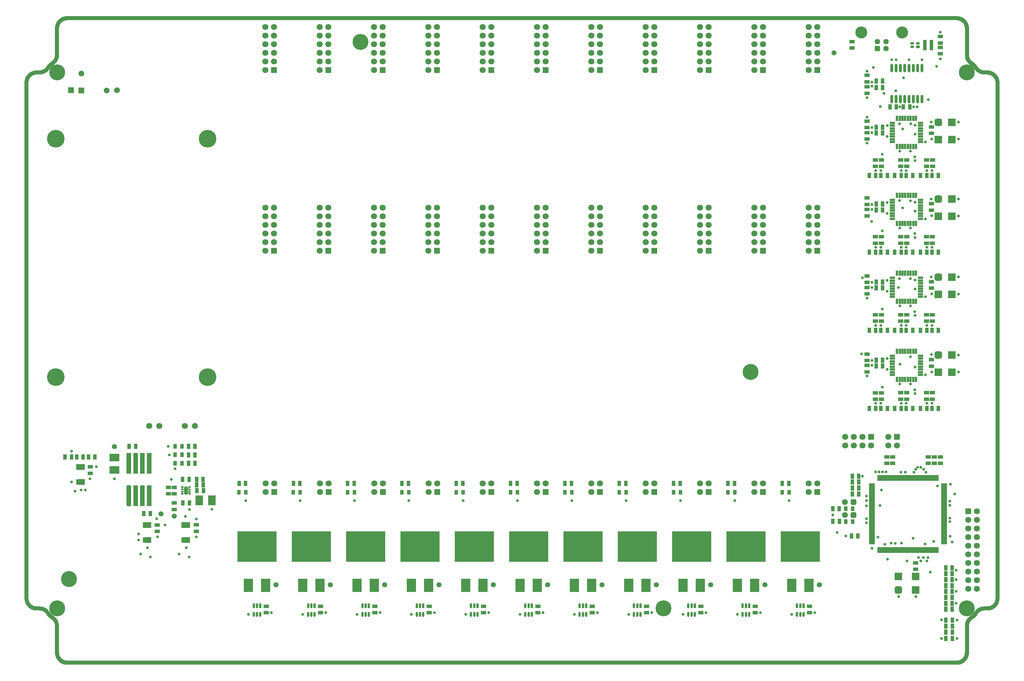
<source format=gts>
G04*
G04 #@! TF.GenerationSoftware,Altium Limited,Altium Designer,20.1.10 (176)*
G04*
G04 Layer_Color=8388736*
%FSLAX44Y44*%
%MOMM*%
G71*
G04*
G04 #@! TF.SameCoordinates,9A07C0F8-2EC5-444E-B81E-C5A403CEBA23*
G04*
G04*
G04 #@! TF.FilePolarity,Negative*
G04*
G01*
G75*
%ADD10C,0.2000*%
%ADD19C,1.2000*%
%ADD20C,1.2000*%
%ADD21R,1.0922X1.4732*%
%ADD22R,1.0032X1.5032*%
%ADD23R,2.7432X4.0132*%
%ADD24R,11.6332X9.0932*%
%ADD25O,0.7112X1.4732*%
%ADD26R,0.7112X1.4732*%
%ADD27R,1.5032X1.0032*%
G04:AMPARAMS|DCode=28|XSize=2.2032mm|YSize=2.2032mm|CornerRadius=0.6016mm|HoleSize=0mm|Usage=FLASHONLY|Rotation=0.000|XOffset=0mm|YOffset=0mm|HoleType=Round|Shape=RoundedRectangle|*
%AMROUNDEDRECTD28*
21,1,2.2032,1.0000,0,0,0.0*
21,1,1.0000,2.2032,0,0,0.0*
1,1,1.2032,0.5000,-0.5000*
1,1,1.2032,-0.5000,-0.5000*
1,1,1.2032,-0.5000,0.5000*
1,1,1.2032,0.5000,0.5000*
%
%ADD28ROUNDEDRECTD28*%
%ADD29R,2.2032X2.2032*%
%ADD30R,0.7112X1.6256*%
%ADD31R,1.6256X0.7112*%
%ADD32R,1.8032X0.5532*%
%ADD33R,0.5532X1.8032*%
%ADD34O,0.5532X1.8032*%
G04:AMPARAMS|DCode=35|XSize=0.5032mm|YSize=1.6532mm|CornerRadius=0.1766mm|HoleSize=0mm|Usage=FLASHONLY|Rotation=180.000|XOffset=0mm|YOffset=0mm|HoleType=Round|Shape=RoundedRectangle|*
%AMROUNDEDRECTD35*
21,1,0.5032,1.3000,0,0,180.0*
21,1,0.1500,1.6532,0,0,180.0*
1,1,0.3532,-0.0750,0.6500*
1,1,0.3532,0.0750,0.6500*
1,1,0.3532,0.0750,-0.6500*
1,1,0.3532,-0.0750,-0.6500*
%
%ADD35ROUNDEDRECTD35*%
%ADD36R,0.5032X1.6532*%
%ADD37R,1.3032X2.1032*%
%ADD38R,0.7032X0.6032*%
G04:AMPARAMS|DCode=39|XSize=0.6032mm|YSize=0.7032mm|CornerRadius=0.2016mm|HoleSize=0mm|Usage=FLASHONLY|Rotation=90.000|XOffset=0mm|YOffset=0mm|HoleType=Round|Shape=RoundedRectangle|*
%AMROUNDEDRECTD39*
21,1,0.6032,0.3000,0,0,90.0*
21,1,0.2000,0.7032,0,0,90.0*
1,1,0.4032,0.1500,0.1000*
1,1,0.4032,0.1500,-0.1000*
1,1,0.4032,-0.1500,-0.1000*
1,1,0.4032,-0.1500,0.1000*
%
%ADD39ROUNDEDRECTD39*%
%ADD40R,3.0032X2.2032*%
G04:AMPARAMS|DCode=41|XSize=6.2032mm|YSize=1.4032mm|CornerRadius=0.4016mm|HoleSize=0mm|Usage=FLASHONLY|Rotation=90.000|XOffset=0mm|YOffset=0mm|HoleType=Round|Shape=RoundedRectangle|*
%AMROUNDEDRECTD41*
21,1,6.2032,0.6000,0,0,90.0*
21,1,5.4000,1.4032,0,0,90.0*
1,1,0.8032,0.3000,2.7000*
1,1,0.8032,0.3000,-2.7000*
1,1,0.8032,-0.3000,-2.7000*
1,1,0.8032,-0.3000,2.7000*
%
%ADD41ROUNDEDRECTD41*%
%ADD42R,1.4032X6.2032*%
%ADD43R,2.2032X3.0032*%
%ADD44O,0.8032X2.5032*%
G04:AMPARAMS|DCode=45|XSize=2.2032mm|YSize=2.2032mm|CornerRadius=0.6016mm|HoleSize=0mm|Usage=FLASHONLY|Rotation=90.000|XOffset=0mm|YOffset=0mm|HoleType=Round|Shape=RoundedRectangle|*
%AMROUNDEDRECTD45*
21,1,2.2032,1.0000,0,0,90.0*
21,1,1.0000,2.2032,0,0,90.0*
1,1,1.2032,0.5000,0.5000*
1,1,1.2032,0.5000,-0.5000*
1,1,1.2032,-0.5000,-0.5000*
1,1,1.2032,-0.5000,0.5000*
%
%ADD45ROUNDEDRECTD45*%
%ADD46R,2.2032X2.2032*%
G04:AMPARAMS|DCode=47|XSize=1.1032mm|YSize=0.8032mm|CornerRadius=0.2516mm|HoleSize=0mm|Usage=FLASHONLY|Rotation=180.000|XOffset=0mm|YOffset=0mm|HoleType=Round|Shape=RoundedRectangle|*
%AMROUNDEDRECTD47*
21,1,1.1032,0.3000,0,0,180.0*
21,1,0.6000,0.8032,0,0,180.0*
1,1,0.5032,-0.3000,0.1500*
1,1,0.5032,0.3000,0.1500*
1,1,0.5032,0.3000,-0.1500*
1,1,0.5032,-0.3000,-0.1500*
%
%ADD47ROUNDEDRECTD47*%
%ADD48R,1.1032X0.8032*%
%ADD49C,1.8032*%
%ADD50R,1.8032X1.8032*%
%ADD51C,1.7032*%
%ADD52R,1.7032X1.7032*%
%ADD53C,1.7032*%
%ADD54R,1.7032X1.7032*%
%ADD55C,5.2032*%
%ADD56R,1.8032X1.8032*%
G04:AMPARAMS|DCode=57|XSize=1.7272mm|YSize=1.7272mm|CornerRadius=0.4826mm|HoleSize=0mm|Usage=FLASHONLY|Rotation=180.000|XOffset=0mm|YOffset=0mm|HoleType=Round|Shape=RoundedRectangle|*
%AMROUNDEDRECTD57*
21,1,1.7272,0.7620,0,0,180.0*
21,1,0.7620,1.7272,0,0,180.0*
1,1,0.9652,-0.3810,0.3810*
1,1,0.9652,0.3810,0.3810*
1,1,0.9652,0.3810,-0.3810*
1,1,0.9652,-0.3810,-0.3810*
%
%ADD57ROUNDEDRECTD57*%
%ADD58C,1.7272*%
%ADD59C,3.5192*%
%ADD60C,1.6112*%
%ADD61R,1.6112X1.6112*%
%ADD62C,0.8032*%
%ADD63C,1.5032*%
%ADD64C,4.7032*%
D10*
X65548Y147420D02*
G03*
X76279Y136585I25981J15000D01*
G01*
Y1768255D02*
G03*
X65548Y1757420I15250J-25835D01*
G01*
Y147420D02*
G03*
X39567Y162420I-25981J-15000D01*
G01*
Y1742420D02*
G03*
X65548Y1757420I0J30000D01*
G01*
X91028Y110750D02*
G03*
X76279Y136585I-30000J-0D01*
G01*
Y1768255D02*
G03*
X91028Y1794090I-15250J25835D01*
G01*
X1028Y192420D02*
G03*
X31028Y162420I30000J0D01*
G01*
Y1742420D02*
G03*
X1028Y1712420I0J-30000D01*
G01*
X91028Y32420D02*
G03*
X121028Y2420I30000J0D01*
G01*
Y1902420D02*
G03*
X91028Y1872420I0J-30000D01*
G01*
X2741029Y2420D02*
G03*
X2771028Y32420I0J30000D01*
G01*
X2785779Y136585D02*
G03*
X2771028Y110750I15250J-25835D01*
G01*
X2785779Y136585D02*
G03*
X2796509Y147420I-15250J25835D01*
G01*
X2822490Y162420D02*
G03*
X2796509Y147420I0J-30000D01*
G01*
X2831029Y162420D02*
G03*
X2861029Y192420I0J30000D01*
G01*
Y1712420D02*
G03*
X2831029Y1742420I-30000J0D01*
G01*
X2796509Y1757420D02*
G03*
X2822490Y1742420I25981J15000D01*
G01*
X2796509Y1757420D02*
G03*
X2785779Y1768255I-25981J-15000D01*
G01*
X2771028Y1794090D02*
G03*
X2785779Y1768255I30000J0D01*
G01*
X2771028Y1872420D02*
G03*
X2741029Y1902420I-30000J0D01*
G01*
X2771028Y32420D02*
Y110750D01*
X31028Y1742420D02*
X39567D01*
X31028Y162420D02*
X39567D01*
X91028Y1794090D02*
Y1872420D01*
Y32420D02*
Y110750D01*
X1028Y192420D02*
Y1712420D01*
X121028Y2420D02*
X2741029D01*
X2822490Y162420D02*
X2831029D01*
X2861029Y190228D02*
Y1712420D01*
X2822490Y1742420D02*
X2831029D01*
X2771028Y1794090D02*
Y1872420D01*
X121028Y1902420D02*
X2741029D01*
D19*
X91028Y110750D02*
G03*
X76279Y136585I-30000J-0D01*
G01*
X91028Y32420D02*
G03*
X121028Y2420I30000J0D01*
G01*
X2741029D02*
G03*
X2771028Y32420I0J30000D01*
G01*
X2785779Y136585D02*
G03*
X2771028Y110750I15250J-25835D01*
G01*
X2785779Y136585D02*
G03*
X2796509Y147420I-15250J25835D01*
G01*
X2822490Y162420D02*
G03*
X2796509Y147420I0J-30000D01*
G01*
X2832995Y162420D02*
G03*
X2860803Y190228I0J27808D01*
G01*
X2861029Y1712420D02*
G03*
X2831029Y1742420I-30000J0D01*
G01*
X2796509Y1757420D02*
G03*
X2822490Y1742420I25981J15000D01*
G01*
X2796509Y1757420D02*
G03*
X2785779Y1768255I-25981J-15000D01*
G01*
X2771028Y1794090D02*
G03*
X2785779Y1768255I30000J0D01*
G01*
X2771028Y1872420D02*
G03*
X2741029Y1902420I-30000J0D01*
G01*
X121028D02*
G03*
X91028Y1872420I0J-30000D01*
G01*
X76279Y1768255D02*
G03*
X91028Y1794090I-15250J25835D01*
G01*
X76279Y1768255D02*
G03*
X65548Y1757420I15250J-25835D01*
G01*
X39567Y1742420D02*
G03*
X65548Y1757420I0J30000D01*
G01*
X31028Y1742420D02*
G03*
X1028Y1712420I0J-30000D01*
G01*
Y192420D02*
G03*
X31028Y162420I30000J0D01*
G01*
X65548Y147420D02*
G03*
X39567Y162420I-25981J-15000D01*
G01*
X65548Y147420D02*
G03*
X76279Y136585I25981J15000D01*
G01*
X91028Y110750D02*
G03*
X76279Y136585I-30000J-0D01*
G01*
X91028Y32420D02*
G03*
X121028Y2420I30000J0D01*
G01*
X2741029D02*
G03*
X2771028Y32420I0J30000D01*
G01*
X2785779Y136585D02*
G03*
X2771028Y110750I15250J-25835D01*
G01*
X2785779Y136585D02*
G03*
X2796509Y147420I-15250J25835D01*
G01*
X2822490Y162420D02*
G03*
X2796509Y147420I0J-30000D01*
G01*
X2831029Y162420D02*
G03*
X2861029Y192420I0J30000D01*
G01*
Y1712420D02*
G03*
X2831029Y1742420I-30000J0D01*
G01*
X2796509Y1757420D02*
G03*
X2822490Y1742420I25981J15000D01*
G01*
X2796509Y1757420D02*
G03*
X2785779Y1768255I-25981J-15000D01*
G01*
X2771028Y1794090D02*
G03*
X2785779Y1768255I30000J0D01*
G01*
X2771028Y1872420D02*
G03*
X2741029Y1902420I-30000J0D01*
G01*
X121028D02*
G03*
X91028Y1872420I0J-30000D01*
G01*
X76279Y1768255D02*
G03*
X91028Y1794090I-15250J25835D01*
G01*
X76279Y1768255D02*
G03*
X65548Y1757420I15250J-25835D01*
G01*
X39567Y1742420D02*
G03*
X65548Y1757420I0J30000D01*
G01*
X31028Y1742420D02*
G03*
X1028Y1712420I0J-30000D01*
G01*
Y192420D02*
G03*
X31028Y162420I30000J0D01*
G01*
X65548Y147420D02*
G03*
X39567Y162420I-25981J-15000D01*
G01*
X65548Y147420D02*
G03*
X76279Y136585I25981J15000D01*
G01*
X91028Y110750D02*
G03*
X76279Y136585I-30000J-0D01*
G01*
X91028Y32420D02*
G03*
X121028Y2420I30000J0D01*
G01*
X2741029D02*
G03*
X2771028Y32420I0J30000D01*
G01*
X2785779Y136585D02*
G03*
X2771028Y110750I15250J-25835D01*
G01*
X2785779Y136585D02*
G03*
X2796509Y147420I-15250J25835D01*
G01*
X2822490Y162420D02*
G03*
X2796509Y147420I0J-30000D01*
G01*
X2831029Y162420D02*
G03*
X2861029Y192420I0J30000D01*
G01*
Y1712420D02*
G03*
X2831029Y1742420I-30000J0D01*
G01*
X2796509Y1757420D02*
G03*
X2822490Y1742420I25981J15000D01*
G01*
X2796509Y1757420D02*
G03*
X2785779Y1768255I-25981J-15000D01*
G01*
X2771028Y1794090D02*
G03*
X2785779Y1768255I30000J0D01*
G01*
X2771028Y1872420D02*
G03*
X2741029Y1902420I-30000J0D01*
G01*
X121028D02*
G03*
X91028Y1872420I0J-30000D01*
G01*
X76279Y1768255D02*
G03*
X91028Y1794090I-15250J25835D01*
G01*
X76279Y1768255D02*
G03*
X65548Y1757420I15250J-25835D01*
G01*
X39567Y1742420D02*
G03*
X65548Y1757420I0J30000D01*
G01*
X31028Y1742420D02*
G03*
X1028Y1712420I0J-30000D01*
G01*
Y192420D02*
G03*
X31028Y162420I30000J0D01*
G01*
X65548Y147420D02*
G03*
X39567Y162420I-25981J-15000D01*
G01*
X65548Y147420D02*
G03*
X76279Y136585I25981J15000D01*
G01*
Y136585D02*
X77920Y135543D01*
X80985Y133150D01*
X83714Y130381D01*
X86063Y127282D01*
X87991Y123905D01*
X89465Y120308D01*
X90463Y116550D01*
X90965Y112694D01*
X91028Y110750D01*
X91028Y32420D01*
Y30454D02*
Y32420D01*
Y30454D02*
X91542Y26555D01*
X92560Y22756D01*
X94065Y19123D01*
X96031Y15717D01*
X98425Y12597D01*
X101206Y9816D01*
X104326Y7423D01*
X107731Y5456D01*
X111365Y3951D01*
X115163Y2933D01*
X119062Y2420D01*
X121028Y2420D01*
X2741029D01*
X2742995D01*
X2746894Y2933D01*
X2750692Y3951D01*
X2754326Y5456D01*
X2757731Y7423D01*
X2760851Y9816D01*
X2763632Y12597D01*
X2766026Y15717D01*
X2767992Y19123D01*
X2769497Y22756D01*
X2770515Y26555D01*
X2771028Y30454D01*
Y32420D01*
Y110750D01*
X2771092Y112694D01*
X2771595Y116550D01*
X2772592Y120308D01*
X2774066Y123905D01*
X2775994Y127282D01*
X2778343Y130381D01*
X2781072Y133150D01*
X2784136Y135543D01*
X2785779Y136585D01*
X2787440Y137566D01*
X2790486Y139938D01*
X2793202Y142681D01*
X2795544Y145749D01*
X2796509Y147420D01*
X2797546Y149087D01*
X2799935Y152200D01*
X2802710Y154975D01*
X2805823Y157364D01*
X2809221Y159326D01*
X2812847Y160828D01*
X2816637Y161844D01*
X2820528Y162356D01*
X2822490Y162420D01*
X2831029D01*
X2832995D01*
X2836894Y162933D01*
X2840692Y163951D01*
X2844326Y165456D01*
X2847731Y167422D01*
X2850851Y169816D01*
X2853632Y172597D01*
X2856026Y175717D01*
X2857993Y179123D01*
X2859497Y182756D01*
X2860515Y186555D01*
X2861029Y190454D01*
Y192420D01*
Y1712420D01*
Y1714386D01*
X2860515Y1718285D02*
X2861029Y1714386D01*
X2859497Y1722084D02*
X2860515Y1718285D01*
X2857993Y1725717D02*
X2859497Y1722084D01*
X2856026Y1729123D02*
X2857993Y1725717D01*
X2853632Y1732243D02*
X2856026Y1729123D01*
X2850851Y1735023D02*
X2853632Y1732243D01*
X2847731Y1737417D02*
X2850851Y1735023D01*
X2844326Y1739384D02*
X2847731Y1737417D01*
X2840692Y1740889D02*
X2844326Y1739384D01*
X2836894Y1741907D02*
X2840692Y1740889D01*
X2832995Y1742420D02*
X2836894Y1741907D01*
X2831029Y1742420D02*
X2832995D01*
X2822490D02*
X2831029D01*
X2820528Y1742484D02*
X2822490Y1742420D01*
X2816637Y1742996D02*
X2820528Y1742484D01*
X2812847Y1744012D02*
X2816637Y1742996D01*
X2809221Y1745514D02*
X2812847Y1744012D01*
X2805823Y1747476D02*
X2809221Y1745514D01*
X2802710Y1749865D02*
X2805823Y1747476D01*
X2799935Y1752639D02*
X2802710Y1749865D01*
X2797546Y1755753D02*
X2799935Y1752639D01*
X2796509Y1757420D02*
X2797546Y1755753D01*
X2795544Y1759091D02*
X2796509Y1757420D01*
X2793202Y1762159D02*
X2795544Y1759091D01*
X2790486Y1764902D02*
X2793202Y1762159D01*
X2787440Y1767274D02*
X2790486Y1764902D01*
X2785779Y1768255D02*
X2787440Y1767274D01*
X2784136Y1769297D02*
X2785779Y1768255D01*
X2781072Y1771690D02*
X2784136Y1769297D01*
X2778343Y1774459D02*
X2781072Y1771690D01*
X2775994Y1777558D02*
X2778343Y1774459D01*
X2774066Y1780935D02*
X2775994Y1777558D01*
X2772592Y1784532D02*
X2774066Y1780935D01*
X2771595Y1788290D02*
X2772592Y1784532D01*
X2771092Y1792146D02*
X2771595Y1788290D01*
X2771028Y1794090D02*
X2771092Y1792146D01*
X2771028Y1794090D02*
Y1872420D01*
Y1874386D01*
X2770515Y1878285D02*
X2771028Y1874386D01*
X2769497Y1882084D02*
X2770515Y1878285D01*
X2767992Y1885717D02*
X2769497Y1882084D01*
X2766026Y1889123D02*
X2767992Y1885717D01*
X2763632Y1892243D02*
X2766026Y1889123D01*
X2760851Y1895023D02*
X2763632Y1892243D01*
X2757731Y1897417D02*
X2760851Y1895023D01*
X2754326Y1899384D02*
X2757731Y1897417D01*
X2750692Y1900889D02*
X2754326Y1899384D01*
X2746894Y1901907D02*
X2750692Y1900889D01*
X2742995Y1902420D02*
X2746894Y1901907D01*
X2741029Y1902420D02*
X2742995D01*
X121028D02*
X2741029D01*
X119062D02*
X121028D01*
X115163Y1901907D02*
X119062Y1902420D01*
X111365Y1900889D02*
X115163Y1901907D01*
X107731Y1899384D02*
X111365Y1900889D01*
X104326Y1897417D02*
X107731Y1899384D01*
X101206Y1895023D02*
X104326Y1897417D01*
X98425Y1892243D02*
X101206Y1895023D01*
X96031Y1889123D02*
X98425Y1892243D01*
X94065Y1885717D02*
X96031Y1889123D01*
X92560Y1882084D02*
X94065Y1885717D01*
X91542Y1878285D02*
X92560Y1882084D01*
X91028Y1874386D02*
X91542Y1878285D01*
X91028Y1872420D02*
Y1874386D01*
Y1794090D02*
Y1872420D01*
X90965Y1792146D02*
X91028Y1794090D01*
X90463Y1788290D02*
X90965Y1792146D01*
X89465Y1784532D02*
X90463Y1788290D01*
X87991Y1780935D02*
X89465Y1784532D01*
X86063Y1777558D02*
X87991Y1780935D01*
X83714Y1774459D02*
X86063Y1777558D01*
X80985Y1771690D02*
X83714Y1774459D01*
X77920Y1769297D02*
X80985Y1771690D01*
X76279Y1768255D02*
X77920Y1769297D01*
X74616Y1767274D02*
X76279Y1768255D01*
X71571Y1764902D02*
X74616Y1767274D01*
X68855Y1762159D02*
X71571Y1764902D01*
X66513Y1759091D02*
X68855Y1762159D01*
X65548Y1757420D02*
X66513Y1759091D01*
X64511Y1755753D02*
X65548Y1757420D01*
X62122Y1752639D02*
X64511Y1755753D01*
X59347Y1749865D02*
X62122Y1752639D01*
X56234Y1747476D02*
X59347Y1749865D01*
X52836Y1745514D02*
X56234Y1747476D01*
X49210Y1744012D02*
X52836Y1745514D01*
X45420Y1742996D02*
X49210Y1744012D01*
X41529Y1742484D02*
X45420Y1742996D01*
X39567Y1742420D02*
X41529Y1742484D01*
X31028Y1742420D02*
X39567D01*
X29062D02*
X31028D01*
X25163Y1741907D02*
X29062Y1742420D01*
X21365Y1740889D02*
X25163Y1741907D01*
X17731Y1739384D02*
X21365Y1740889D01*
X14325Y1737417D02*
X17731Y1739384D01*
X11206Y1735023D02*
X14325Y1737417D01*
X8425Y1732243D02*
X11206Y1735023D01*
X6031Y1729123D02*
X8425Y1732243D01*
X4065Y1725717D02*
X6031Y1729123D01*
X2560Y1722084D02*
X4065Y1725717D01*
X1542Y1718285D02*
X2560Y1722084D01*
X1028Y1714386D02*
X1542Y1718285D01*
X1028Y1712420D02*
Y1714386D01*
Y192420D02*
Y1712420D01*
Y190454D02*
Y192420D01*
Y190454D02*
X1542Y186555D01*
X2560Y182756D01*
X4065Y179123D01*
X6031Y175717D01*
X8425Y172597D01*
X11206Y169816D01*
X14325Y167422D01*
X17731Y165456D01*
X21365Y163951D01*
X25163Y162933D01*
X29062Y162420D01*
X31028Y162420D01*
X39567D01*
X41529Y162356D01*
X45420Y161844D01*
X49210Y160828D01*
X52836Y159326D01*
X56234Y157364D01*
X59347Y154975D01*
X62122Y152200D01*
X64511Y149087D01*
X65548Y147420D01*
X66513Y145749D01*
X68855Y142681D01*
X71571Y139938D01*
X74616Y137566D01*
X76279Y136585D01*
X91028Y32420D02*
Y110750D01*
X121028Y2420D02*
X2741029D01*
X2771028Y32420D02*
Y110750D01*
X2796509Y147420D02*
X2796509Y147420D01*
X2822490Y162420D02*
Y162420D01*
Y162420D02*
X2831029D01*
X2861029Y192420D02*
Y1712420D01*
X2822490Y1742420D02*
X2831029D01*
X2822490Y1742420D02*
Y1742420D01*
X2796509Y1757420D02*
X2796509Y1757420D01*
X2771028Y1794090D02*
Y1872420D01*
X121028Y1902420D02*
X2741029D01*
X91028Y1794090D02*
Y1872420D01*
X31028Y1742420D02*
X39567D01*
X1028Y192420D02*
Y1712420D01*
X31028Y162420D02*
X39567D01*
X91028Y32420D02*
Y110750D01*
X121028Y2420D02*
X2741029D01*
X2771028Y32420D02*
Y110750D01*
X2796509Y147420D02*
X2796509Y147420D01*
X2822490Y162420D02*
Y162420D01*
Y162420D02*
X2831029D01*
X2861029Y192420D02*
Y1712420D01*
X2822490Y1742420D02*
X2831029D01*
X2822490Y1742420D02*
Y1742420D01*
X2796509Y1757420D02*
X2796509Y1757420D01*
X2771028Y1794090D02*
Y1872420D01*
X121028Y1902420D02*
X2741029D01*
X91028Y1794090D02*
Y1872420D01*
X31028Y1742420D02*
X39567D01*
X1028Y192420D02*
Y1712420D01*
X31028Y162420D02*
X39567D01*
X91028Y32420D02*
Y110750D01*
X121028Y2420D02*
X2741029D01*
X2771028Y32420D02*
Y110750D01*
X2796509Y147420D02*
X2796509Y147420D01*
X2822490Y162420D02*
Y162420D01*
Y162420D02*
X2831029D01*
X2861029Y192420D02*
Y1712420D01*
X2822490Y1742420D02*
X2831029D01*
X2822490Y1742420D02*
Y1742420D01*
X2796509Y1757420D02*
X2796509Y1757420D01*
X2771028Y1794090D02*
Y1872420D01*
X121028Y1902420D02*
X2741029D01*
X91028Y1794090D02*
Y1872420D01*
X31028Y1742420D02*
X39567D01*
X1028Y192420D02*
Y1712420D01*
X31028Y162420D02*
X39567D01*
D20*
X76279Y136585D02*
X77920Y135543D01*
X80985Y133150D01*
X83714Y130381D01*
X86063Y127282D01*
X87991Y123905D01*
X89465Y120308D01*
X90463Y116550D01*
X90965Y112694D01*
X91028Y110750D01*
X91028Y32420D01*
Y30454D02*
Y32420D01*
Y30454D02*
X91542Y26555D01*
X92560Y22756D01*
X94065Y19123D01*
X96031Y15717D01*
X98425Y12597D01*
X101206Y9816D01*
X104326Y7423D01*
X107731Y5456D01*
X111365Y3951D01*
X115163Y2933D01*
X119062Y2420D01*
X121028Y2420D01*
X2741029D01*
X2742995D01*
X2746894Y2933D01*
X2750692Y3951D01*
X2754326Y5456D01*
X2757731Y7423D01*
X2760851Y9816D01*
X2763632Y12597D01*
X2766026Y15717D01*
X2767992Y19123D01*
X2769497Y22756D01*
X2770515Y26555D01*
X2771028Y30454D01*
Y32420D01*
Y110750D01*
X2771092Y112694D01*
X2771595Y116550D01*
X2772592Y120308D01*
X2774066Y123905D01*
X2775994Y127282D01*
X2778343Y130381D01*
X2781072Y133150D01*
X2784136Y135543D01*
X2785779Y136585D01*
X2787440Y137566D01*
X2790486Y139938D01*
X2793202Y142681D01*
X2795544Y145749D01*
X2796509Y147420D01*
X2797546Y149087D01*
X2799935Y152200D01*
X2802710Y154975D01*
X2805823Y157364D01*
X2809221Y159326D01*
X2812847Y160828D01*
X2816637Y161844D01*
X2820528Y162356D01*
X2822490Y162420D01*
X2831029D01*
X2832995D01*
X2836894Y162933D01*
X2840692Y163951D01*
X2844326Y165456D01*
X2847731Y167422D01*
X2850851Y169816D01*
X2853632Y172597D01*
X2856026Y175717D01*
X2857993Y179123D01*
X2859497Y182756D01*
X2860515Y186555D01*
X2861029Y190454D01*
Y192420D01*
Y1712420D01*
Y1714386D01*
X2860515Y1718285D02*
X2861029Y1714386D01*
X2859497Y1722084D02*
X2860515Y1718285D01*
X2857993Y1725717D02*
X2859497Y1722084D01*
X2856026Y1729123D02*
X2857993Y1725717D01*
X2853632Y1732243D02*
X2856026Y1729123D01*
X2850851Y1735023D02*
X2853632Y1732243D01*
X2847731Y1737417D02*
X2850851Y1735023D01*
X2844326Y1739384D02*
X2847731Y1737417D01*
X2840692Y1740889D02*
X2844326Y1739384D01*
X2836894Y1741907D02*
X2840692Y1740889D01*
X2832995Y1742420D02*
X2836894Y1741907D01*
X2831029Y1742420D02*
X2832995D01*
X2822490D02*
X2831029D01*
X2820528Y1742484D02*
X2822490Y1742420D01*
X2816637Y1742996D02*
X2820528Y1742484D01*
X2812847Y1744012D02*
X2816637Y1742996D01*
X2809221Y1745514D02*
X2812847Y1744012D01*
X2805823Y1747476D02*
X2809221Y1745514D01*
X2802710Y1749865D02*
X2805823Y1747476D01*
X2799935Y1752639D02*
X2802710Y1749865D01*
X2797546Y1755753D02*
X2799935Y1752639D01*
X2796509Y1757420D02*
X2797546Y1755753D01*
X2795544Y1759091D02*
X2796509Y1757420D01*
X2793202Y1762159D02*
X2795544Y1759091D01*
X2790486Y1764902D02*
X2793202Y1762159D01*
X2787440Y1767274D02*
X2790486Y1764902D01*
X2785779Y1768255D02*
X2787440Y1767274D01*
X2784136Y1769297D02*
X2785779Y1768255D01*
X2781072Y1771690D02*
X2784136Y1769297D01*
X2778343Y1774459D02*
X2781072Y1771690D01*
X2775994Y1777558D02*
X2778343Y1774459D01*
X2774066Y1780935D02*
X2775994Y1777558D01*
X2772592Y1784532D02*
X2774066Y1780935D01*
X2771595Y1788290D02*
X2772592Y1784532D01*
X2771092Y1792146D02*
X2771595Y1788290D01*
X2771028Y1794090D02*
X2771092Y1792146D01*
X2771028Y1794090D02*
Y1872420D01*
Y1874386D01*
X2770515Y1878285D02*
X2771028Y1874386D01*
X2769497Y1882084D02*
X2770515Y1878285D01*
X2767992Y1885717D02*
X2769497Y1882084D01*
X2766026Y1889123D02*
X2767992Y1885717D01*
X2763632Y1892243D02*
X2766026Y1889123D01*
X2760851Y1895023D02*
X2763632Y1892243D01*
X2757731Y1897417D02*
X2760851Y1895023D01*
X2754326Y1899384D02*
X2757731Y1897417D01*
X2750692Y1900889D02*
X2754326Y1899384D01*
X2746894Y1901907D02*
X2750692Y1900889D01*
X2742995Y1902420D02*
X2746894Y1901907D01*
X2741029Y1902420D02*
X2742995D01*
X121028D02*
X2741029D01*
X119062D02*
X121028D01*
X115163Y1901907D02*
X119062Y1902420D01*
X111365Y1900889D02*
X115163Y1901907D01*
X107731Y1899384D02*
X111365Y1900889D01*
X104326Y1897417D02*
X107731Y1899384D01*
X101206Y1895023D02*
X104326Y1897417D01*
X98425Y1892243D02*
X101206Y1895023D01*
X96031Y1889123D02*
X98425Y1892243D01*
X94065Y1885717D02*
X96031Y1889123D01*
X92560Y1882084D02*
X94065Y1885717D01*
X91542Y1878285D02*
X92560Y1882084D01*
X91028Y1874386D02*
X91542Y1878285D01*
X91028Y1872420D02*
Y1874386D01*
Y1794090D02*
Y1872420D01*
X90965Y1792146D02*
X91028Y1794090D01*
X90463Y1788290D02*
X90965Y1792146D01*
X89465Y1784532D02*
X90463Y1788290D01*
X87991Y1780935D02*
X89465Y1784532D01*
X86063Y1777558D02*
X87991Y1780935D01*
X83714Y1774459D02*
X86063Y1777558D01*
X80985Y1771690D02*
X83714Y1774459D01*
X77920Y1769297D02*
X80985Y1771690D01*
X76279Y1768255D02*
X77920Y1769297D01*
X74616Y1767274D02*
X76279Y1768255D01*
X71571Y1764902D02*
X74616Y1767274D01*
X68855Y1762159D02*
X71571Y1764902D01*
X66513Y1759091D02*
X68855Y1762159D01*
X65548Y1757420D02*
X66513Y1759091D01*
X64511Y1755753D02*
X65548Y1757420D01*
X62122Y1752639D02*
X64511Y1755753D01*
X59347Y1749865D02*
X62122Y1752639D01*
X56234Y1747476D02*
X59347Y1749865D01*
X52836Y1745514D02*
X56234Y1747476D01*
X49210Y1744012D02*
X52836Y1745514D01*
X45420Y1742996D02*
X49210Y1744012D01*
X41529Y1742484D02*
X45420Y1742996D01*
X39567Y1742420D02*
X41529Y1742484D01*
X31028Y1742420D02*
X39567D01*
X29062D02*
X31028D01*
X25163Y1741907D02*
X29062Y1742420D01*
X21365Y1740889D02*
X25163Y1741907D01*
X17731Y1739384D02*
X21365Y1740889D01*
X14325Y1737417D02*
X17731Y1739384D01*
X11206Y1735023D02*
X14325Y1737417D01*
X8425Y1732243D02*
X11206Y1735023D01*
X6031Y1729123D02*
X8425Y1732243D01*
X4065Y1725717D02*
X6031Y1729123D01*
X2560Y1722084D02*
X4065Y1725717D01*
X1542Y1718285D02*
X2560Y1722084D01*
X1028Y1714386D02*
X1542Y1718285D01*
X1028Y1712420D02*
Y1714386D01*
Y192420D02*
Y1712420D01*
Y190454D02*
Y192420D01*
Y190454D02*
X1542Y186555D01*
X2560Y182756D01*
X4065Y179123D01*
X6031Y175717D01*
X8425Y172597D01*
X11206Y169816D01*
X14325Y167422D01*
X17731Y165456D01*
X21365Y163951D01*
X25163Y162933D01*
X29062Y162420D01*
X31028Y162420D01*
X39567D01*
X41529Y162356D01*
X45420Y161844D01*
X49210Y160828D01*
X52836Y159326D01*
X56234Y157364D01*
X59347Y154975D01*
X62122Y152200D01*
X64511Y149087D01*
X65548Y147420D01*
X66513Y145749D01*
X68855Y142681D01*
X71571Y139938D01*
X74616Y137566D01*
X76279Y136585D01*
X77920Y135543D01*
X80985Y133150D01*
X83714Y130381D01*
X86063Y127282D01*
X87991Y123905D01*
X89465Y120308D01*
X90463Y116550D01*
X90965Y112694D01*
X91028Y110750D01*
X91028Y32420D01*
Y30454D02*
Y32420D01*
Y30454D02*
X91542Y26555D01*
X92560Y22756D01*
X94065Y19123D01*
X96031Y15717D01*
X98425Y12597D01*
X101206Y9816D01*
X104326Y7423D01*
X107731Y5456D01*
X111365Y3951D01*
X115163Y2933D01*
X119062Y2420D01*
X121028Y2420D01*
X2741029D01*
X2742995D01*
X2746894Y2933D01*
X2750692Y3951D01*
X2754326Y5456D01*
X2757731Y7423D01*
X2760851Y9816D01*
X2763632Y12597D01*
X2766026Y15717D01*
X2767992Y19123D01*
X2769497Y22756D01*
X2770515Y26555D01*
X2771028Y30454D01*
Y32420D01*
Y110750D01*
X2771092Y112694D01*
X2771595Y116550D01*
X2772592Y120308D01*
X2774066Y123905D01*
X2775994Y127282D01*
X2778343Y130381D01*
X2781072Y133150D01*
X2784136Y135543D01*
X2785779Y136585D01*
X2787440Y137566D01*
X2790486Y139938D01*
X2793202Y142681D01*
X2795544Y145749D01*
X2796509Y147420D01*
X2797546Y149087D01*
X2799935Y152200D01*
X2802710Y154975D01*
X2805823Y157364D01*
X2809221Y159326D01*
X2812847Y160828D01*
X2816637Y161844D01*
X2820528Y162356D01*
X2822490Y162420D01*
X2831029D01*
X2832995D01*
X2836894Y162933D01*
X2840692Y163951D01*
X2844326Y165456D01*
X2847731Y167422D01*
X2850851Y169816D01*
X2853632Y172597D01*
X2856026Y175717D01*
X2857993Y179123D01*
X2859497Y182756D01*
X2860515Y186555D01*
X2861029Y190454D01*
Y192420D01*
Y1712420D01*
Y1714386D01*
X2860515Y1718285D02*
X2861029Y1714386D01*
X2859497Y1722084D02*
X2860515Y1718285D01*
X2857993Y1725717D02*
X2859497Y1722084D01*
X2856026Y1729123D02*
X2857993Y1725717D01*
X2853632Y1732243D02*
X2856026Y1729123D01*
X2850851Y1735023D02*
X2853632Y1732243D01*
X2847731Y1737417D02*
X2850851Y1735023D01*
X2844326Y1739384D02*
X2847731Y1737417D01*
X2840692Y1740889D02*
X2844326Y1739384D01*
X2836894Y1741907D02*
X2840692Y1740889D01*
X2832995Y1742420D02*
X2836894Y1741907D01*
X2831029Y1742420D02*
X2832995D01*
X2822490D02*
X2831029D01*
X2820528Y1742484D02*
X2822490Y1742420D01*
X2816637Y1742996D02*
X2820528Y1742484D01*
X2812847Y1744012D02*
X2816637Y1742996D01*
X2809221Y1745514D02*
X2812847Y1744012D01*
X2805823Y1747476D02*
X2809221Y1745514D01*
X2802710Y1749865D02*
X2805823Y1747476D01*
X2799935Y1752639D02*
X2802710Y1749865D01*
X2797546Y1755753D02*
X2799935Y1752639D01*
X2796509Y1757420D02*
X2797546Y1755753D01*
X2795544Y1759091D02*
X2796509Y1757420D01*
X2793202Y1762159D02*
X2795544Y1759091D01*
X2790486Y1764902D02*
X2793202Y1762159D01*
X2787440Y1767274D02*
X2790486Y1764902D01*
X2785779Y1768255D02*
X2787440Y1767274D01*
X2784136Y1769297D02*
X2785779Y1768255D01*
X2781072Y1771690D02*
X2784136Y1769297D01*
X2778343Y1774459D02*
X2781072Y1771690D01*
X2775994Y1777558D02*
X2778343Y1774459D01*
X2774066Y1780935D02*
X2775994Y1777558D01*
X2772592Y1784532D02*
X2774066Y1780935D01*
X2771595Y1788290D02*
X2772592Y1784532D01*
X2771092Y1792146D02*
X2771595Y1788290D01*
X2771028Y1794090D02*
X2771092Y1792146D01*
X2771028Y1794090D02*
Y1872420D01*
Y1874386D01*
X2770515Y1878285D02*
X2771028Y1874386D01*
X2769497Y1882084D02*
X2770515Y1878285D01*
X2767992Y1885717D02*
X2769497Y1882084D01*
X2766026Y1889123D02*
X2767992Y1885717D01*
X2763632Y1892243D02*
X2766026Y1889123D01*
X2760851Y1895023D02*
X2763632Y1892243D01*
X2757731Y1897417D02*
X2760851Y1895023D01*
X2754326Y1899384D02*
X2757731Y1897417D01*
X2750692Y1900889D02*
X2754326Y1899384D01*
X2746894Y1901907D02*
X2750692Y1900889D01*
X2742995Y1902420D02*
X2746894Y1901907D01*
X2741029Y1902420D02*
X2742995D01*
X121028D02*
X2741029D01*
X119062D02*
X121028D01*
X115163Y1901907D02*
X119062Y1902420D01*
X111365Y1900889D02*
X115163Y1901907D01*
X107731Y1899384D02*
X111365Y1900889D01*
X104326Y1897417D02*
X107731Y1899384D01*
X101206Y1895023D02*
X104326Y1897417D01*
X98425Y1892243D02*
X101206Y1895023D01*
X96031Y1889123D02*
X98425Y1892243D01*
X94065Y1885717D02*
X96031Y1889123D01*
X92560Y1882084D02*
X94065Y1885717D01*
X91542Y1878285D02*
X92560Y1882084D01*
X91028Y1874386D02*
X91542Y1878285D01*
X91028Y1872420D02*
Y1874386D01*
Y1794090D02*
Y1872420D01*
X90965Y1792146D02*
X91028Y1794090D01*
X90463Y1788290D02*
X90965Y1792146D01*
X89465Y1784532D02*
X90463Y1788290D01*
X87991Y1780935D02*
X89465Y1784532D01*
X86063Y1777558D02*
X87991Y1780935D01*
X83714Y1774459D02*
X86063Y1777558D01*
X80985Y1771690D02*
X83714Y1774459D01*
X77920Y1769297D02*
X80985Y1771690D01*
X76279Y1768255D02*
X77920Y1769297D01*
X74616Y1767274D02*
X76279Y1768255D01*
X71571Y1764902D02*
X74616Y1767274D01*
X68855Y1762159D02*
X71571Y1764902D01*
X66513Y1759091D02*
X68855Y1762159D01*
X65548Y1757420D02*
X66513Y1759091D01*
X64511Y1755753D02*
X65548Y1757420D01*
X62122Y1752639D02*
X64511Y1755753D01*
X59347Y1749865D02*
X62122Y1752639D01*
X56234Y1747476D02*
X59347Y1749865D01*
X52836Y1745514D02*
X56234Y1747476D01*
X49210Y1744012D02*
X52836Y1745514D01*
X45420Y1742996D02*
X49210Y1744012D01*
X41529Y1742484D02*
X45420Y1742996D01*
X39567Y1742420D02*
X41529Y1742484D01*
X31028Y1742420D02*
X39567D01*
X29062D02*
X31028D01*
X25163Y1741907D02*
X29062Y1742420D01*
X21365Y1740889D02*
X25163Y1741907D01*
X17731Y1739384D02*
X21365Y1740889D01*
X14325Y1737417D02*
X17731Y1739384D01*
X11206Y1735023D02*
X14325Y1737417D01*
X8425Y1732243D02*
X11206Y1735023D01*
X6031Y1729123D02*
X8425Y1732243D01*
X4065Y1725717D02*
X6031Y1729123D01*
X2560Y1722084D02*
X4065Y1725717D01*
X1542Y1718285D02*
X2560Y1722084D01*
X1028Y1714386D02*
X1542Y1718285D01*
X1028Y1712420D02*
Y1714386D01*
Y192420D02*
Y1712420D01*
Y190454D02*
Y192420D01*
Y190454D02*
X1542Y186555D01*
X2560Y182756D01*
X4065Y179123D01*
X6031Y175717D01*
X8425Y172597D01*
X11206Y169816D01*
X14325Y167422D01*
X17731Y165456D01*
X21365Y163951D01*
X25163Y162933D01*
X29062Y162420D01*
X31028Y162420D01*
X39567D01*
X41529Y162356D01*
X45420Y161844D01*
X49210Y160828D01*
X52836Y159326D01*
X56234Y157364D01*
X59347Y154975D01*
X62122Y152200D01*
X64511Y149087D01*
X65548Y147420D01*
X66513Y145749D01*
X68855Y142681D01*
X71571Y139938D01*
X74616Y137566D01*
X76279Y136585D01*
X77920Y135543D01*
X80985Y133150D01*
X83714Y130381D01*
X86063Y127282D01*
X87991Y123905D01*
X89465Y120308D01*
X90463Y116550D01*
X90965Y112694D01*
X91028Y110750D01*
X91028Y32420D01*
Y30454D02*
Y32420D01*
Y30454D02*
X91542Y26555D01*
X92560Y22756D01*
X94065Y19123D01*
X96031Y15717D01*
X98425Y12597D01*
X101206Y9816D01*
X104326Y7423D01*
X107731Y5456D01*
X111365Y3951D01*
X115163Y2933D01*
X119062Y2420D01*
X121028Y2420D01*
X2741029D01*
X2742995D01*
X2746894Y2933D01*
X2750692Y3951D01*
X2754326Y5456D01*
X2757731Y7423D01*
X2760851Y9816D01*
X2763632Y12597D01*
X2766026Y15717D01*
X2767992Y19123D01*
X2769497Y22756D01*
X2770515Y26555D01*
X2771028Y30454D01*
Y32420D01*
Y110750D01*
X2771092Y112694D01*
X2771595Y116550D01*
X2772592Y120308D01*
X2774066Y123905D01*
X2775994Y127282D01*
X2778343Y130381D01*
X2781072Y133150D01*
X2784136Y135543D01*
X2785779Y136585D01*
X2787440Y137566D01*
X2790486Y139938D01*
X2793202Y142681D01*
X2795544Y145749D01*
X2796509Y147420D01*
X2797546Y149087D01*
X2799935Y152200D01*
X2802710Y154975D01*
X2805823Y157364D01*
X2809221Y159326D01*
X2812847Y160828D01*
X2816637Y161844D01*
X2820528Y162356D01*
X2822490Y162420D01*
X2831029D01*
X2832995D01*
X2836894Y162933D01*
X2840692Y163951D01*
X2844326Y165456D01*
X2847731Y167422D01*
X2850851Y169816D01*
X2853632Y172597D01*
X2856026Y175717D01*
X2857993Y179123D01*
X2859497Y182756D01*
X2860515Y186555D01*
X2861029Y190454D01*
Y192420D01*
Y1712420D01*
Y1714386D01*
X2860515Y1718285D02*
X2861029Y1714386D01*
X2859497Y1722084D02*
X2860515Y1718285D01*
X2857993Y1725717D02*
X2859497Y1722084D01*
X2856026Y1729123D02*
X2857993Y1725717D01*
X2853632Y1732243D02*
X2856026Y1729123D01*
X2850851Y1735023D02*
X2853632Y1732243D01*
X2847731Y1737417D02*
X2850851Y1735023D01*
X2844326Y1739384D02*
X2847731Y1737417D01*
X2840692Y1740889D02*
X2844326Y1739384D01*
X2836894Y1741907D02*
X2840692Y1740889D01*
X2832995Y1742420D02*
X2836894Y1741907D01*
X2831029Y1742420D02*
X2832995D01*
X2822490D02*
X2831029D01*
X2820528Y1742484D02*
X2822490Y1742420D01*
X2816637Y1742996D02*
X2820528Y1742484D01*
X2812847Y1744012D02*
X2816637Y1742996D01*
X2809221Y1745514D02*
X2812847Y1744012D01*
X2805823Y1747476D02*
X2809221Y1745514D01*
X2802710Y1749865D02*
X2805823Y1747476D01*
X2799935Y1752639D02*
X2802710Y1749865D01*
X2797546Y1755753D02*
X2799935Y1752639D01*
X2796509Y1757420D02*
X2797546Y1755753D01*
X2795544Y1759091D02*
X2796509Y1757420D01*
X2793202Y1762159D02*
X2795544Y1759091D01*
X2790486Y1764902D02*
X2793202Y1762159D01*
X2787440Y1767274D02*
X2790486Y1764902D01*
X2785779Y1768255D02*
X2787440Y1767274D01*
X2784136Y1769297D02*
X2785779Y1768255D01*
X2781072Y1771690D02*
X2784136Y1769297D01*
X2778343Y1774459D02*
X2781072Y1771690D01*
X2775994Y1777558D02*
X2778343Y1774459D01*
X2774066Y1780935D02*
X2775994Y1777558D01*
X2772592Y1784532D02*
X2774066Y1780935D01*
X2771595Y1788290D02*
X2772592Y1784532D01*
X2771092Y1792146D02*
X2771595Y1788290D01*
X2771028Y1794090D02*
X2771092Y1792146D01*
X2771028Y1794090D02*
Y1872420D01*
Y1874386D01*
X2770515Y1878285D02*
X2771028Y1874386D01*
X2769497Y1882084D02*
X2770515Y1878285D01*
X2767992Y1885717D02*
X2769497Y1882084D01*
X2766026Y1889123D02*
X2767992Y1885717D01*
X2763632Y1892243D02*
X2766026Y1889123D01*
X2760851Y1895023D02*
X2763632Y1892243D01*
X2757731Y1897417D02*
X2760851Y1895023D01*
X2754326Y1899384D02*
X2757731Y1897417D01*
X2750692Y1900889D02*
X2754326Y1899384D01*
X2746894Y1901907D02*
X2750692Y1900889D01*
X2742995Y1902420D02*
X2746894Y1901907D01*
X2741029Y1902420D02*
X2742995D01*
X121028D02*
X2741029D01*
X119062D02*
X121028D01*
X115163Y1901907D02*
X119062Y1902420D01*
X111365Y1900889D02*
X115163Y1901907D01*
X107731Y1899384D02*
X111365Y1900889D01*
X104326Y1897417D02*
X107731Y1899384D01*
X101206Y1895023D02*
X104326Y1897417D01*
X98425Y1892243D02*
X101206Y1895023D01*
X96031Y1889123D02*
X98425Y1892243D01*
X94065Y1885717D02*
X96031Y1889123D01*
X92560Y1882084D02*
X94065Y1885717D01*
X91542Y1878285D02*
X92560Y1882084D01*
X91028Y1874386D02*
X91542Y1878285D01*
X91028Y1872420D02*
Y1874386D01*
Y1794090D02*
Y1872420D01*
X90965Y1792146D02*
X91028Y1794090D01*
X90463Y1788290D02*
X90965Y1792146D01*
X89465Y1784532D02*
X90463Y1788290D01*
X87991Y1780935D02*
X89465Y1784532D01*
X86063Y1777558D02*
X87991Y1780935D01*
X83714Y1774459D02*
X86063Y1777558D01*
X80985Y1771690D02*
X83714Y1774459D01*
X77920Y1769297D02*
X80985Y1771690D01*
X76279Y1768255D02*
X77920Y1769297D01*
X74616Y1767274D02*
X76279Y1768255D01*
X71571Y1764902D02*
X74616Y1767274D01*
X68855Y1762159D02*
X71571Y1764902D01*
X66513Y1759091D02*
X68855Y1762159D01*
X65548Y1757420D02*
X66513Y1759091D01*
X64511Y1755753D02*
X65548Y1757420D01*
X62122Y1752639D02*
X64511Y1755753D01*
X59347Y1749865D02*
X62122Y1752639D01*
X56234Y1747476D02*
X59347Y1749865D01*
X52836Y1745514D02*
X56234Y1747476D01*
X49210Y1744012D02*
X52836Y1745514D01*
X45420Y1742996D02*
X49210Y1744012D01*
X41529Y1742484D02*
X45420Y1742996D01*
X39567Y1742420D02*
X41529Y1742484D01*
X31028Y1742420D02*
X39567D01*
X29062D02*
X31028D01*
X25163Y1741907D02*
X29062Y1742420D01*
X21365Y1740889D02*
X25163Y1741907D01*
X17731Y1739384D02*
X21365Y1740889D01*
X14325Y1737417D02*
X17731Y1739384D01*
X11206Y1735023D02*
X14325Y1737417D01*
X8425Y1732243D02*
X11206Y1735023D01*
X6031Y1729123D02*
X8425Y1732243D01*
X4065Y1725717D02*
X6031Y1729123D01*
X2560Y1722084D02*
X4065Y1725717D01*
X1542Y1718285D02*
X2560Y1722084D01*
X1028Y1714386D02*
X1542Y1718285D01*
X1028Y1712420D02*
Y1714386D01*
Y192420D02*
Y1712420D01*
Y190454D02*
Y192420D01*
Y190454D02*
X1542Y186555D01*
X2560Y182756D01*
X4065Y179123D01*
X6031Y175717D01*
X8425Y172597D01*
X11206Y169816D01*
X14325Y167422D01*
X17731Y165456D01*
X21365Y163951D01*
X25163Y162933D01*
X29062Y162420D01*
X31028Y162420D01*
X39567D01*
X41529Y162356D01*
X45420Y161844D01*
X49210Y160828D01*
X52836Y159326D01*
X56234Y157364D01*
X59347Y154975D01*
X62122Y152200D01*
X64511Y149087D01*
X65548Y147420D01*
X66513Y145749D01*
X68855Y142681D01*
X71571Y139938D01*
X74616Y137566D01*
X76279Y136585D01*
X77920Y135543D01*
X80985Y133150D01*
X83714Y130381D01*
X86063Y127282D01*
X87991Y123905D01*
X89465Y120308D01*
X90463Y116550D01*
X90965Y112694D01*
X91028Y110750D01*
X91028Y32420D01*
Y30454D02*
Y32420D01*
Y30454D02*
X91542Y26555D01*
X92560Y22756D01*
X94065Y19123D01*
X96031Y15717D01*
X98425Y12597D01*
X101206Y9816D01*
X104326Y7423D01*
X107731Y5456D01*
X111365Y3951D01*
X115163Y2933D01*
X119062Y2420D01*
X121028Y2420D01*
X2741029D01*
X2742995D01*
X2746894Y2933D01*
X2750692Y3951D01*
X2754326Y5456D01*
X2757731Y7423D01*
X2760851Y9816D01*
X2763632Y12597D01*
X2766026Y15717D01*
X2767992Y19123D01*
X2769497Y22756D01*
X2770515Y26555D01*
X2771028Y30454D01*
Y32420D01*
Y110750D01*
X2771092Y112694D01*
X2771595Y116550D01*
X2772592Y120308D01*
X2774066Y123905D01*
X2775994Y127282D01*
X2778343Y130381D01*
X2781072Y133150D01*
X2784136Y135543D01*
X2785779Y136585D01*
X2787440Y137566D01*
X2790486Y139938D01*
X2793202Y142681D01*
X2795544Y145749D01*
X2796509Y147420D01*
X2797546Y149087D01*
X2799935Y152200D01*
X2802710Y154975D01*
X2805823Y157364D01*
X2809221Y159326D01*
X2812847Y160828D01*
X2816637Y161844D01*
X2820528Y162356D01*
X2822490Y162420D01*
X2831029D01*
X2832995D02*
X2836894Y162933D01*
X2840692Y163951D01*
X2844326Y165456D01*
X2847731Y167422D01*
X2850851Y169816D01*
X2853632Y172597D01*
X2856026Y175717D01*
X2857993Y179123D01*
X2859497Y182756D01*
X2860515Y186555D01*
X2861029Y190454D01*
Y192420D01*
Y1712420D01*
Y1714386D01*
X2860515Y1718285D02*
X2861029Y1714386D01*
X2859497Y1722084D02*
X2860515Y1718285D01*
X2857993Y1725717D02*
X2859497Y1722084D01*
X2856026Y1729123D02*
X2857993Y1725717D01*
X2853632Y1732243D02*
X2856026Y1729123D01*
X2850851Y1735023D02*
X2853632Y1732243D01*
X2847731Y1737417D02*
X2850851Y1735023D01*
X2844326Y1739384D02*
X2847731Y1737417D01*
X2840692Y1740889D02*
X2844326Y1739384D01*
X2836894Y1741907D02*
X2840692Y1740889D01*
X2832995Y1742420D02*
X2836894Y1741907D01*
X2831029Y1742420D02*
X2832995D01*
X2822490D02*
X2831029D01*
X2820528Y1742484D02*
X2822490Y1742420D01*
X2816637Y1742996D02*
X2820528Y1742484D01*
X2812847Y1744012D02*
X2816637Y1742996D01*
X2809221Y1745514D02*
X2812847Y1744012D01*
X2805823Y1747476D02*
X2809221Y1745514D01*
X2802710Y1749865D02*
X2805823Y1747476D01*
X2799935Y1752639D02*
X2802710Y1749865D01*
X2797546Y1755753D02*
X2799935Y1752639D01*
X2796509Y1757420D02*
X2797546Y1755753D01*
X2795544Y1759091D02*
X2796509Y1757420D01*
X2793202Y1762159D02*
X2795544Y1759091D01*
X2790486Y1764902D02*
X2793202Y1762159D01*
X2787440Y1767274D02*
X2790486Y1764902D01*
X2785779Y1768255D02*
X2787440Y1767274D01*
X2784136Y1769297D02*
X2785779Y1768255D01*
X2781072Y1771690D02*
X2784136Y1769297D01*
X2778343Y1774459D02*
X2781072Y1771690D01*
X2775994Y1777558D02*
X2778343Y1774459D01*
X2774066Y1780935D02*
X2775994Y1777558D01*
X2772592Y1784532D02*
X2774066Y1780935D01*
X2771595Y1788290D02*
X2772592Y1784532D01*
X2771092Y1792146D02*
X2771595Y1788290D01*
X2771028Y1794090D02*
X2771092Y1792146D01*
X2771028Y1794090D02*
Y1872420D01*
Y1874386D01*
X2770515Y1878285D02*
X2771028Y1874386D01*
X2769497Y1882084D02*
X2770515Y1878285D01*
X2767992Y1885717D02*
X2769497Y1882084D01*
X2766026Y1889123D02*
X2767992Y1885717D01*
X2763632Y1892243D02*
X2766026Y1889123D01*
X2760851Y1895023D02*
X2763632Y1892243D01*
X2757731Y1897417D02*
X2760851Y1895023D01*
X2754326Y1899384D02*
X2757731Y1897417D01*
X2750692Y1900889D02*
X2754326Y1899384D01*
X2746894Y1901907D02*
X2750692Y1900889D01*
X2742995Y1902420D02*
X2746894Y1901907D01*
X2741029Y1902420D02*
X2742995D01*
X121028D02*
X2741029D01*
X119062D02*
X121028D01*
X115163Y1901907D02*
X119062Y1902420D01*
X111365Y1900889D02*
X115163Y1901907D01*
X107731Y1899384D02*
X111365Y1900889D01*
X104326Y1897417D02*
X107731Y1899384D01*
X101206Y1895023D02*
X104326Y1897417D01*
X98425Y1892243D02*
X101206Y1895023D01*
X96031Y1889123D02*
X98425Y1892243D01*
X94065Y1885717D02*
X96031Y1889123D01*
X92560Y1882084D02*
X94065Y1885717D01*
X91542Y1878285D02*
X92560Y1882084D01*
X91028Y1874386D02*
X91542Y1878285D01*
X91028Y1872420D02*
Y1874386D01*
Y1794090D02*
Y1872420D01*
X90965Y1792146D02*
X91028Y1794090D01*
X90463Y1788290D02*
X90965Y1792146D01*
X89465Y1784532D02*
X90463Y1788290D01*
X87991Y1780935D02*
X89465Y1784532D01*
X86063Y1777558D02*
X87991Y1780935D01*
X83714Y1774459D02*
X86063Y1777558D01*
X80985Y1771690D02*
X83714Y1774459D01*
X77920Y1769297D02*
X80985Y1771690D01*
X76279Y1768255D02*
X77920Y1769297D01*
X74616Y1767274D02*
X76279Y1768255D01*
X71571Y1764902D02*
X74616Y1767274D01*
X68855Y1762159D02*
X71571Y1764902D01*
X66513Y1759091D02*
X68855Y1762159D01*
X65548Y1757420D02*
X66513Y1759091D01*
X64511Y1755753D02*
X65548Y1757420D01*
X62122Y1752639D02*
X64511Y1755753D01*
X59347Y1749865D02*
X62122Y1752639D01*
X56234Y1747476D02*
X59347Y1749865D01*
X52836Y1745514D02*
X56234Y1747476D01*
X49210Y1744012D02*
X52836Y1745514D01*
X45420Y1742996D02*
X49210Y1744012D01*
X41529Y1742484D02*
X45420Y1742996D01*
X39567Y1742420D02*
X41529Y1742484D01*
X31028Y1742420D02*
X39567D01*
X29062D02*
X31028D01*
X25163Y1741907D02*
X29062Y1742420D01*
X21365Y1740889D02*
X25163Y1741907D01*
X17731Y1739384D02*
X21365Y1740889D01*
X14325Y1737417D02*
X17731Y1739384D01*
X11206Y1735023D02*
X14325Y1737417D01*
X8425Y1732243D02*
X11206Y1735023D01*
X6031Y1729123D02*
X8425Y1732243D01*
X4065Y1725717D02*
X6031Y1729123D01*
X2560Y1722084D02*
X4065Y1725717D01*
X1542Y1718285D02*
X2560Y1722084D01*
X1028Y1714386D02*
X1542Y1718285D01*
X1028Y1712420D02*
Y1714386D01*
Y192420D02*
Y1712420D01*
Y190454D02*
Y192420D01*
Y190454D02*
X1542Y186555D01*
X2560Y182756D01*
X4065Y179123D01*
X6031Y175717D01*
X8425Y172597D01*
X11206Y169816D01*
X14325Y167422D01*
X17731Y165456D01*
X21365Y163951D01*
X25163Y162933D01*
X29062Y162420D01*
X31028Y162420D01*
X39567D01*
X41529Y162356D01*
X45420Y161844D01*
X49210Y160828D01*
X52836Y159326D01*
X56234Y157364D01*
X59347Y154975D01*
X62122Y152200D01*
X64511Y149087D01*
X65548Y147420D01*
X66513Y145749D01*
X68855Y142681D01*
X71571Y139938D01*
X74616Y137566D01*
X76279Y136585D01*
D21*
X1927500Y505000D02*
D03*
X1907180D02*
D03*
X2067180D02*
D03*
X2087500D02*
D03*
X2227180D02*
D03*
X2247500D02*
D03*
X967500D02*
D03*
X947180D02*
D03*
X438880Y640365D02*
D03*
X459200D02*
D03*
X459206Y615365D02*
D03*
X438886D02*
D03*
X458886Y590365D02*
D03*
X438566D02*
D03*
X807500Y505000D02*
D03*
X787180D02*
D03*
X647500D02*
D03*
X627180D02*
D03*
X1767500D02*
D03*
X1747180D02*
D03*
X1607500D02*
D03*
X1587180D02*
D03*
X1447500D02*
D03*
X1427180D02*
D03*
X1287500D02*
D03*
X1267180D02*
D03*
X1127500D02*
D03*
X1107180D02*
D03*
X2414250Y418885D02*
D03*
X2434570D02*
D03*
X2414250Y456885D02*
D03*
X2434570D02*
D03*
D22*
X1907250Y531000D02*
D03*
X1926250D02*
D03*
X2086250D02*
D03*
X2067250D02*
D03*
X2246250D02*
D03*
X2227250D02*
D03*
X2728000Y74000D02*
D03*
X2709000D02*
D03*
X2728000Y92167D02*
D03*
X2709000D02*
D03*
X2728000Y110333D02*
D03*
X2709000D02*
D03*
X2709050Y128500D02*
D03*
X2728050D02*
D03*
X2430750Y376000D02*
D03*
X2449750D02*
D03*
X2592250Y982500D02*
D03*
X2611250D02*
D03*
X2577250D02*
D03*
X2558250D02*
D03*
X2634104D02*
D03*
X2653104D02*
D03*
X2687104D02*
D03*
X2668104D02*
D03*
X2522450Y1107500D02*
D03*
X2503450D02*
D03*
X2522450Y1124720D02*
D03*
X2503450D02*
D03*
X2483530Y982500D02*
D03*
X2502530D02*
D03*
X2536530D02*
D03*
X2517530D02*
D03*
X947250Y531000D02*
D03*
X966250D02*
D03*
X521500Y527000D02*
D03*
X502500D02*
D03*
X462000Y473370D02*
D03*
X481000D02*
D03*
X521000Y543000D02*
D03*
X502000D02*
D03*
X346750Y442500D02*
D03*
X365750D02*
D03*
X133750Y609000D02*
D03*
X114750D02*
D03*
X168275D02*
D03*
X149275D02*
D03*
X202800D02*
D03*
X183800D02*
D03*
X480250Y543000D02*
D03*
X461250D02*
D03*
X497436Y640250D02*
D03*
X478436D02*
D03*
Y590250D02*
D03*
X497436D02*
D03*
X478436Y615250D02*
D03*
X497436D02*
D03*
X303500Y640000D02*
D03*
X322500D02*
D03*
X503250Y510000D02*
D03*
X522250D02*
D03*
X2517580Y1439030D02*
D03*
X2536580D02*
D03*
X2502580D02*
D03*
X2483580D02*
D03*
X2503500Y1581250D02*
D03*
X2522500D02*
D03*
X2503500Y1564030D02*
D03*
X2522500D02*
D03*
X2668154Y1439030D02*
D03*
X2687154D02*
D03*
X2653154D02*
D03*
X2634154D02*
D03*
X2558300D02*
D03*
X2577300D02*
D03*
X2611300D02*
D03*
X2592300D02*
D03*
X1747250Y531000D02*
D03*
X1766250D02*
D03*
X1587250D02*
D03*
X1606250D02*
D03*
X1427250D02*
D03*
X1446250D02*
D03*
X1267250D02*
D03*
X1286250D02*
D03*
X1107250D02*
D03*
X1126250D02*
D03*
X787250D02*
D03*
X806250D02*
D03*
X627250D02*
D03*
X646250D02*
D03*
X2376000Y457000D02*
D03*
X2395000D02*
D03*
X2376250Y419000D02*
D03*
X2395250D02*
D03*
X2602750Y1641000D02*
D03*
X2583750D02*
D03*
X2563250D02*
D03*
X2544250D02*
D03*
X2727450Y195000D02*
D03*
X2708450D02*
D03*
X2708500Y212500D02*
D03*
X2727500D02*
D03*
X2708500Y177500D02*
D03*
X2727500D02*
D03*
X2727450Y265000D02*
D03*
X2708450D02*
D03*
X2708500Y247500D02*
D03*
X2727500D02*
D03*
X2727450Y230000D02*
D03*
X2708450D02*
D03*
X2708500Y282500D02*
D03*
X2727500D02*
D03*
X2727450Y160000D02*
D03*
X2708450D02*
D03*
X2517530Y752500D02*
D03*
X2536530D02*
D03*
X2502530D02*
D03*
X2483530D02*
D03*
X2503450Y894720D02*
D03*
X2522450D02*
D03*
X2503450Y877500D02*
D03*
X2522450D02*
D03*
X2668104Y752500D02*
D03*
X2687104D02*
D03*
X2653104D02*
D03*
X2634104D02*
D03*
X2558250D02*
D03*
X2577250D02*
D03*
X2611250D02*
D03*
X2592250D02*
D03*
X2517530Y1212500D02*
D03*
X2536530D02*
D03*
X2502530D02*
D03*
X2483530D02*
D03*
X2503450Y1354720D02*
D03*
X2522450D02*
D03*
X2503450Y1337500D02*
D03*
X2522450D02*
D03*
X2668104Y1212500D02*
D03*
X2687104D02*
D03*
X2653104D02*
D03*
X2634104D02*
D03*
X2558250D02*
D03*
X2577250D02*
D03*
X2611250D02*
D03*
X2592250D02*
D03*
X2503500Y1697500D02*
D03*
X2522500D02*
D03*
Y1717380D02*
D03*
X2503500D02*
D03*
X2666250Y1830500D02*
D03*
X2647250D02*
D03*
Y1815500D02*
D03*
X2666250D02*
D03*
X2452500Y500000D02*
D03*
Y517500D02*
D03*
X2433500D02*
D03*
Y500000D02*
D03*
Y552500D02*
D03*
X2452500D02*
D03*
X2433500Y535000D02*
D03*
X2452500D02*
D03*
D23*
X1934600Y230700D02*
D03*
X1985400D02*
D03*
X2145400D02*
D03*
X2094600D02*
D03*
X2254600D02*
D03*
X2305400D02*
D03*
X705400D02*
D03*
X654600D02*
D03*
X814600D02*
D03*
X865400D02*
D03*
X1025400D02*
D03*
X974600D02*
D03*
X1134600D02*
D03*
X1185400D02*
D03*
X1505400D02*
D03*
X1454600D02*
D03*
X1614600D02*
D03*
X1665400D02*
D03*
X1825400D02*
D03*
X1774600D02*
D03*
X1345400D02*
D03*
X1294600D02*
D03*
D24*
X1960000Y345000D02*
D03*
X2120000D02*
D03*
X2280000D02*
D03*
X680000D02*
D03*
X840000D02*
D03*
X1000000D02*
D03*
X1160000D02*
D03*
X1480000D02*
D03*
X1640000D02*
D03*
X1800000D02*
D03*
X1320000D02*
D03*
D25*
X1960000Y170400D02*
D03*
X1950475D02*
D03*
Y145000D02*
D03*
X1969525D02*
D03*
X1960000D02*
D03*
X2120000D02*
D03*
X2129525D02*
D03*
X2110475D02*
D03*
Y170400D02*
D03*
X2120000D02*
D03*
X2280000Y145000D02*
D03*
X2289525D02*
D03*
X2270475D02*
D03*
Y170400D02*
D03*
X2280000D02*
D03*
X1000000D02*
D03*
X990475D02*
D03*
Y145000D02*
D03*
X1009525D02*
D03*
X1000000D02*
D03*
X680000D02*
D03*
X689525D02*
D03*
X670475D02*
D03*
Y170400D02*
D03*
X680000D02*
D03*
X1160000D02*
D03*
X1150475D02*
D03*
Y145000D02*
D03*
X1169525D02*
D03*
X1160000D02*
D03*
X840000D02*
D03*
X849525D02*
D03*
X830475D02*
D03*
Y170400D02*
D03*
X840000D02*
D03*
X1480000D02*
D03*
X1470475D02*
D03*
Y145000D02*
D03*
X1489525D02*
D03*
X1480000D02*
D03*
X1640000Y170400D02*
D03*
X1630475D02*
D03*
Y145000D02*
D03*
X1649525D02*
D03*
X1640000D02*
D03*
X1800000Y170400D02*
D03*
X1790475D02*
D03*
Y145000D02*
D03*
X1809525D02*
D03*
X1800000D02*
D03*
X1320000Y170400D02*
D03*
X1310475D02*
D03*
Y145000D02*
D03*
X1329525D02*
D03*
X1320000D02*
D03*
D26*
X1969525Y170400D02*
D03*
X2129525D02*
D03*
X2289525D02*
D03*
X1009525D02*
D03*
X689525D02*
D03*
X1169525D02*
D03*
X849525D02*
D03*
X1489525D02*
D03*
X1649525D02*
D03*
X1809525D02*
D03*
X1329525D02*
D03*
D27*
X1987500Y169000D02*
D03*
Y150000D02*
D03*
X2147500D02*
D03*
Y169000D02*
D03*
X2307500Y150000D02*
D03*
Y169000D02*
D03*
X2666478Y895720D02*
D03*
Y876720D02*
D03*
Y1125720D02*
D03*
Y1106720D02*
D03*
Y1355720D02*
D03*
Y1336720D02*
D03*
X2666528Y1563250D02*
D03*
Y1582250D02*
D03*
X2576030Y1009270D02*
D03*
Y1028270D02*
D03*
X2593470Y1009270D02*
D03*
Y1028270D02*
D03*
X2651834Y1009270D02*
D03*
Y1028270D02*
D03*
X2669374Y1009270D02*
D03*
Y1028270D02*
D03*
X2477000Y1108720D02*
D03*
Y1089720D02*
D03*
Y1123500D02*
D03*
Y1142500D02*
D03*
X2518800Y1028220D02*
D03*
Y1009220D02*
D03*
X2501260Y1028220D02*
D03*
Y1009220D02*
D03*
X1027500Y150000D02*
D03*
Y169000D02*
D03*
X436000Y473370D02*
D03*
Y454370D02*
D03*
X436250Y500500D02*
D03*
Y519500D02*
D03*
X419740D02*
D03*
Y500500D02*
D03*
X386250Y389750D02*
D03*
Y408750D02*
D03*
X501500Y409000D02*
D03*
Y390000D02*
D03*
X188750Y561116D02*
D03*
Y580116D02*
D03*
X2501310Y1465750D02*
D03*
Y1484750D02*
D03*
X2518850Y1465750D02*
D03*
Y1484750D02*
D03*
X2477050Y1599030D02*
D03*
Y1580030D02*
D03*
Y1546250D02*
D03*
Y1565250D02*
D03*
X2669424Y1484800D02*
D03*
Y1465800D02*
D03*
X2651884Y1484800D02*
D03*
Y1465800D02*
D03*
X2593520Y1484800D02*
D03*
Y1465800D02*
D03*
X2576080Y1484800D02*
D03*
Y1465800D02*
D03*
X2535000Y590000D02*
D03*
Y609000D02*
D03*
X707500Y150000D02*
D03*
Y169000D02*
D03*
X1187500D02*
D03*
Y150000D02*
D03*
X867500D02*
D03*
Y169000D02*
D03*
X2620250Y277750D02*
D03*
Y296750D02*
D03*
X2477000Y1700000D02*
D03*
Y1681000D02*
D03*
X2501260Y779220D02*
D03*
Y798220D02*
D03*
X2518800Y779220D02*
D03*
Y798220D02*
D03*
X2477000Y912500D02*
D03*
Y893500D02*
D03*
Y859720D02*
D03*
Y878720D02*
D03*
X2669374Y798270D02*
D03*
Y779270D02*
D03*
X2651834Y798270D02*
D03*
Y779270D02*
D03*
X2593470Y798270D02*
D03*
Y779270D02*
D03*
X2576030Y798270D02*
D03*
Y779270D02*
D03*
X2501260Y1239220D02*
D03*
Y1258220D02*
D03*
X2518800Y1239220D02*
D03*
Y1258220D02*
D03*
X2477000Y1372500D02*
D03*
Y1353500D02*
D03*
Y1319720D02*
D03*
Y1338720D02*
D03*
X2669374Y1258270D02*
D03*
Y1239270D02*
D03*
X2651834Y1258270D02*
D03*
Y1239270D02*
D03*
X2593470Y1258270D02*
D03*
Y1239270D02*
D03*
X2576030Y1258270D02*
D03*
Y1239270D02*
D03*
X2477000Y1733880D02*
D03*
Y1714880D02*
D03*
X2692250Y1848280D02*
D03*
Y1829280D02*
D03*
Y1797720D02*
D03*
Y1816720D02*
D03*
X2552500Y609000D02*
D03*
Y590000D02*
D03*
X2692500Y590000D02*
D03*
Y609000D02*
D03*
X2675000Y590000D02*
D03*
Y609000D02*
D03*
X2657500Y590000D02*
D03*
Y609000D02*
D03*
X2432500Y1833525D02*
D03*
Y1814525D02*
D03*
X1507500Y169000D02*
D03*
Y150000D02*
D03*
X1667500Y169000D02*
D03*
Y150000D02*
D03*
X1827500Y169000D02*
D03*
Y150000D02*
D03*
X1347500Y169000D02*
D03*
Y150000D02*
D03*
D28*
X2686478Y909220D02*
D03*
Y1139220D02*
D03*
Y1369220D02*
D03*
X2686528Y1595750D02*
D03*
D29*
X2726478Y909220D02*
D03*
X2686478Y858420D02*
D03*
X2726478D02*
D03*
Y1139220D02*
D03*
X2686478Y1088420D02*
D03*
X2726478D02*
D03*
Y1369220D02*
D03*
X2686478Y1318420D02*
D03*
X2726478D02*
D03*
X2726528Y1544950D02*
D03*
X2686528D02*
D03*
X2726528Y1595750D02*
D03*
D30*
X2620876Y1150500D02*
D03*
X2613002D02*
D03*
X2604874D02*
D03*
X2597000D02*
D03*
X2588872D02*
D03*
X2580998D02*
D03*
X2572870D02*
D03*
X2564996D02*
D03*
Y1067696D02*
D03*
X2572870D02*
D03*
X2580998D02*
D03*
X2588872D02*
D03*
X2597000D02*
D03*
X2604874D02*
D03*
X2613002D02*
D03*
X2620876D02*
D03*
Y920500D02*
D03*
X2613002D02*
D03*
X2604874D02*
D03*
X2597000D02*
D03*
X2588872D02*
D03*
X2580998D02*
D03*
X2572870D02*
D03*
X2564996D02*
D03*
Y837696D02*
D03*
X2572870D02*
D03*
X2580998D02*
D03*
X2588872D02*
D03*
X2597000D02*
D03*
X2604874D02*
D03*
X2613002D02*
D03*
X2620876D02*
D03*
X2620926Y1607030D02*
D03*
X2613052D02*
D03*
X2604924D02*
D03*
X2597050D02*
D03*
X2588922D02*
D03*
X2581048D02*
D03*
X2572920D02*
D03*
X2565046D02*
D03*
Y1524226D02*
D03*
X2572920D02*
D03*
X2581048D02*
D03*
X2588922D02*
D03*
X2597050D02*
D03*
X2604924D02*
D03*
X2613052D02*
D03*
X2620926D02*
D03*
X2620876Y1380500D02*
D03*
X2613002D02*
D03*
X2604874D02*
D03*
X2597000D02*
D03*
X2588872D02*
D03*
X2580998D02*
D03*
X2572870D02*
D03*
X2564996D02*
D03*
Y1297696D02*
D03*
X2572870D02*
D03*
X2580998D02*
D03*
X2588872D02*
D03*
X2597000D02*
D03*
X2604874D02*
D03*
X2613002D02*
D03*
X2620876D02*
D03*
D31*
X2551534Y1137038D02*
D03*
Y1129164D02*
D03*
Y1121036D02*
D03*
Y1113162D02*
D03*
Y1105034D02*
D03*
Y1097160D02*
D03*
Y1089032D02*
D03*
Y1081158D02*
D03*
X2634338D02*
D03*
Y1089032D02*
D03*
Y1097160D02*
D03*
Y1105034D02*
D03*
Y1113162D02*
D03*
Y1121036D02*
D03*
Y1129164D02*
D03*
Y1137038D02*
D03*
X2551534Y907038D02*
D03*
Y899164D02*
D03*
Y891036D02*
D03*
Y883162D02*
D03*
Y875034D02*
D03*
Y867160D02*
D03*
Y859032D02*
D03*
Y851158D02*
D03*
X2634338D02*
D03*
Y859032D02*
D03*
Y867160D02*
D03*
Y875034D02*
D03*
Y883162D02*
D03*
Y891036D02*
D03*
Y899164D02*
D03*
Y907038D02*
D03*
X2551584Y1593568D02*
D03*
Y1585694D02*
D03*
Y1577566D02*
D03*
Y1569692D02*
D03*
Y1561564D02*
D03*
Y1553690D02*
D03*
Y1545562D02*
D03*
Y1537688D02*
D03*
X2634388D02*
D03*
Y1545562D02*
D03*
Y1553690D02*
D03*
Y1561564D02*
D03*
Y1569692D02*
D03*
Y1577566D02*
D03*
Y1585694D02*
D03*
Y1593568D02*
D03*
X2551534Y1367038D02*
D03*
Y1359164D02*
D03*
Y1351036D02*
D03*
Y1343162D02*
D03*
Y1335034D02*
D03*
Y1327160D02*
D03*
Y1319032D02*
D03*
Y1311158D02*
D03*
X2634338D02*
D03*
Y1319032D02*
D03*
Y1327160D02*
D03*
Y1335034D02*
D03*
Y1343162D02*
D03*
Y1351036D02*
D03*
Y1359164D02*
D03*
Y1367038D02*
D03*
D32*
X2491250Y353750D02*
D03*
Y358750D02*
D03*
Y363750D02*
D03*
Y368750D02*
D03*
Y373750D02*
D03*
Y378750D02*
D03*
Y383750D02*
D03*
Y388750D02*
D03*
Y393750D02*
D03*
Y398750D02*
D03*
Y403750D02*
D03*
Y408750D02*
D03*
Y413750D02*
D03*
Y418750D02*
D03*
Y423750D02*
D03*
Y428750D02*
D03*
Y433750D02*
D03*
Y438750D02*
D03*
Y443750D02*
D03*
Y448750D02*
D03*
Y453750D02*
D03*
Y458750D02*
D03*
Y463750D02*
D03*
Y468750D02*
D03*
Y473750D02*
D03*
Y478750D02*
D03*
Y483750D02*
D03*
Y488750D02*
D03*
Y493750D02*
D03*
Y498750D02*
D03*
Y503750D02*
D03*
Y508750D02*
D03*
Y513750D02*
D03*
Y518750D02*
D03*
Y523750D02*
D03*
Y528750D02*
D03*
X2703750D02*
D03*
Y523750D02*
D03*
Y518750D02*
D03*
Y513750D02*
D03*
Y508750D02*
D03*
Y503750D02*
D03*
Y498750D02*
D03*
Y493750D02*
D03*
Y488750D02*
D03*
Y483750D02*
D03*
Y478750D02*
D03*
Y473750D02*
D03*
Y468750D02*
D03*
Y463750D02*
D03*
Y458750D02*
D03*
Y453750D02*
D03*
Y448750D02*
D03*
Y443750D02*
D03*
Y438750D02*
D03*
Y433750D02*
D03*
Y428750D02*
D03*
Y423750D02*
D03*
Y418750D02*
D03*
Y413750D02*
D03*
Y408750D02*
D03*
Y403750D02*
D03*
Y398750D02*
D03*
Y393750D02*
D03*
Y388750D02*
D03*
Y383750D02*
D03*
Y378750D02*
D03*
Y373750D02*
D03*
Y368750D02*
D03*
Y363750D02*
D03*
Y358750D02*
D03*
Y353750D02*
D03*
D33*
X2510000Y547500D02*
D03*
X2515000D02*
D03*
X2520000D02*
D03*
X2525000D02*
D03*
X2530000D02*
D03*
X2535000D02*
D03*
X2540000D02*
D03*
X2545000D02*
D03*
X2550000D02*
D03*
X2555000D02*
D03*
X2560000D02*
D03*
X2565000D02*
D03*
X2570000D02*
D03*
X2575000D02*
D03*
X2580000D02*
D03*
X2585000D02*
D03*
X2590000D02*
D03*
X2595000D02*
D03*
X2600000D02*
D03*
X2605000D02*
D03*
X2610000D02*
D03*
X2615000D02*
D03*
X2620000D02*
D03*
X2625000D02*
D03*
X2630000D02*
D03*
X2635000D02*
D03*
X2640000D02*
D03*
X2645000D02*
D03*
X2650000D02*
D03*
X2655000D02*
D03*
X2660000D02*
D03*
X2665000D02*
D03*
X2670000D02*
D03*
X2675000D02*
D03*
X2680000D02*
D03*
X2685000D02*
D03*
Y335000D02*
D03*
X2680000D02*
D03*
X2675000D02*
D03*
X2670000D02*
D03*
X2665000D02*
D03*
X2660000D02*
D03*
X2655000D02*
D03*
X2650000D02*
D03*
X2645000D02*
D03*
X2640000D02*
D03*
X2635000D02*
D03*
X2630000D02*
D03*
X2625000D02*
D03*
X2620000D02*
D03*
X2615000D02*
D03*
X2610000D02*
D03*
X2605000D02*
D03*
X2600000D02*
D03*
X2595000D02*
D03*
X2590000D02*
D03*
X2585000D02*
D03*
X2580000D02*
D03*
X2575000D02*
D03*
X2570000D02*
D03*
X2565000D02*
D03*
X2560000D02*
D03*
X2555000D02*
D03*
X2550000D02*
D03*
X2545000D02*
D03*
X2540000D02*
D03*
X2535000D02*
D03*
X2530000D02*
D03*
X2525000D02*
D03*
X2520000D02*
D03*
X2515000D02*
D03*
D34*
X2510000D02*
D03*
D35*
X460000Y364750D02*
D03*
X346250D02*
D03*
X150250Y535000D02*
D03*
D36*
X465000Y364750D02*
D03*
X470000D02*
D03*
X475000D02*
D03*
X480000D02*
D03*
X460000Y408750D02*
D03*
X465000D02*
D03*
X470000D02*
D03*
X475000D02*
D03*
X480000D02*
D03*
X366250D02*
D03*
X361250D02*
D03*
X356250D02*
D03*
X351250D02*
D03*
X346250D02*
D03*
X366250Y364750D02*
D03*
X361250D02*
D03*
X356250D02*
D03*
X351250D02*
D03*
X155250Y535000D02*
D03*
X160250D02*
D03*
X165250D02*
D03*
X170250D02*
D03*
X150250Y579000D02*
D03*
X155250D02*
D03*
X160250D02*
D03*
X165250D02*
D03*
X170250D02*
D03*
D37*
X470750Y510000D02*
D03*
D38*
X481250Y500250D02*
D03*
Y506750D02*
D03*
Y513250D02*
D03*
Y519750D02*
D03*
X460250Y500250D02*
D03*
Y506750D02*
D03*
Y513250D02*
D03*
D39*
Y519750D02*
D03*
D40*
X260000Y570670D02*
D03*
Y607500D02*
D03*
D41*
X302500Y495000D02*
D03*
D42*
X322500D02*
D03*
X342500D02*
D03*
X362500D02*
D03*
X302500Y590000D02*
D03*
X322500D02*
D03*
X342500D02*
D03*
X362500D02*
D03*
D43*
X510000Y481000D02*
D03*
X546830D02*
D03*
D44*
X2549350Y1663750D02*
D03*
X2562050D02*
D03*
X2574750D02*
D03*
X2587450D02*
D03*
X2600150D02*
D03*
X2612850D02*
D03*
X2625550D02*
D03*
X2638250D02*
D03*
X2549350Y1755250D02*
D03*
X2562050D02*
D03*
X2574750D02*
D03*
X2587450D02*
D03*
X2600150D02*
D03*
X2612850D02*
D03*
X2625550D02*
D03*
X2638250D02*
D03*
D45*
X2569450Y216750D02*
D03*
D46*
Y256750D02*
D03*
X2620250Y216750D02*
D03*
Y256750D02*
D03*
D47*
X2626750Y1818000D02*
D03*
D48*
Y1828000D02*
D03*
X2609750D02*
D03*
Y1818000D02*
D03*
D49*
X1985190Y530800D02*
D03*
X2010590D02*
D03*
X1985190Y505400D02*
D03*
X1985100Y1825600D02*
D03*
X2010500Y1876400D02*
D03*
X1985100D02*
D03*
X2010500Y1851000D02*
D03*
X1985100D02*
D03*
X2010500Y1825600D02*
D03*
X1985100Y1749400D02*
D03*
X2010500Y1774800D02*
D03*
X1985100D02*
D03*
X2010500Y1800200D02*
D03*
X1985100D02*
D03*
Y1267500D02*
D03*
X2010500D02*
D03*
X1985100Y1242100D02*
D03*
X2010500D02*
D03*
X1985100Y1216700D02*
D03*
X2010500Y1292900D02*
D03*
X1985100Y1318300D02*
D03*
X2010500D02*
D03*
X1985100Y1343700D02*
D03*
X2010500D02*
D03*
X1985100Y1292900D02*
D03*
X2145190Y505400D02*
D03*
X2170590Y530800D02*
D03*
X2145190D02*
D03*
X2145100Y1800200D02*
D03*
X2170500D02*
D03*
X2145100Y1774800D02*
D03*
X2170500D02*
D03*
X2145100Y1749400D02*
D03*
X2170500Y1825600D02*
D03*
X2145100Y1851000D02*
D03*
X2170500D02*
D03*
X2145100Y1876400D02*
D03*
X2170500D02*
D03*
X2145100Y1825600D02*
D03*
Y1292900D02*
D03*
X2170500Y1343700D02*
D03*
X2145100D02*
D03*
X2170500Y1318300D02*
D03*
X2145100D02*
D03*
X2170500Y1292900D02*
D03*
X2145100Y1216700D02*
D03*
X2170500Y1242100D02*
D03*
X2145100D02*
D03*
X2170500Y1267500D02*
D03*
X2145100D02*
D03*
X2305190Y530800D02*
D03*
X2330590D02*
D03*
X2305190Y505400D02*
D03*
X2305100Y1825600D02*
D03*
X2330500Y1876400D02*
D03*
X2305100D02*
D03*
X2330500Y1851000D02*
D03*
X2305100D02*
D03*
X2330500Y1825600D02*
D03*
X2305100Y1749400D02*
D03*
X2330500Y1774800D02*
D03*
X2305100D02*
D03*
X2330500Y1800200D02*
D03*
X2305100D02*
D03*
Y1267500D02*
D03*
X2330500D02*
D03*
X2305100Y1242100D02*
D03*
X2330500D02*
D03*
X2305100Y1216700D02*
D03*
X2330500Y1292900D02*
D03*
X2305100Y1318300D02*
D03*
X2330500D02*
D03*
X2305100Y1343700D02*
D03*
X2330500D02*
D03*
X2305100Y1292900D02*
D03*
X497500Y700500D02*
D03*
X362500D02*
D03*
X392500D02*
D03*
X467500D02*
D03*
X2437500Y642592D02*
D03*
Y667992D02*
D03*
X2462900Y642592D02*
D03*
Y667992D02*
D03*
X2488300Y642592D02*
D03*
X2412100D02*
D03*
Y667992D02*
D03*
X2564600Y642590D02*
D03*
X2539200Y667990D02*
D03*
Y642590D02*
D03*
X705190Y530800D02*
D03*
X730590D02*
D03*
X705190Y505400D02*
D03*
X865190D02*
D03*
X890590Y530800D02*
D03*
X865190D02*
D03*
X1025190D02*
D03*
X1050590D02*
D03*
X1025190Y505400D02*
D03*
X1185190D02*
D03*
X1210590Y530800D02*
D03*
X1185190D02*
D03*
X1345190D02*
D03*
X1370590D02*
D03*
X1345190Y505400D02*
D03*
X1505190D02*
D03*
X1530590Y530800D02*
D03*
X1505190D02*
D03*
X1665190D02*
D03*
X1690590D02*
D03*
X1665190Y505400D02*
D03*
X1825190D02*
D03*
X1850590Y530800D02*
D03*
X1825190D02*
D03*
X705100Y1292900D02*
D03*
X730500Y1343700D02*
D03*
X705100D02*
D03*
X730500Y1318300D02*
D03*
X705100D02*
D03*
X730500Y1292900D02*
D03*
X705100Y1216700D02*
D03*
X730500Y1242100D02*
D03*
X705100D02*
D03*
X730500Y1267500D02*
D03*
X705100D02*
D03*
X865100D02*
D03*
X890500D02*
D03*
X865100Y1242100D02*
D03*
X890500D02*
D03*
X865100Y1216700D02*
D03*
X890500Y1292900D02*
D03*
X865100Y1318300D02*
D03*
X890500D02*
D03*
X865100Y1343700D02*
D03*
X890500D02*
D03*
X865100Y1292900D02*
D03*
X1025100D02*
D03*
X1050500Y1343700D02*
D03*
X1025100D02*
D03*
X1050500Y1318300D02*
D03*
X1025100D02*
D03*
X1050500Y1292900D02*
D03*
X1025100Y1216700D02*
D03*
X1050500Y1242100D02*
D03*
X1025100D02*
D03*
X1050500Y1267500D02*
D03*
X1025100D02*
D03*
X1345100D02*
D03*
X1370500D02*
D03*
X1345100Y1242100D02*
D03*
X1370500D02*
D03*
X1345100Y1216700D02*
D03*
X1370500Y1292900D02*
D03*
X1345100Y1318300D02*
D03*
X1370500D02*
D03*
X1345100Y1343700D02*
D03*
X1370500D02*
D03*
X1345100Y1292900D02*
D03*
X1505100D02*
D03*
X1530500Y1343700D02*
D03*
X1505100D02*
D03*
X1530500Y1318300D02*
D03*
X1505100D02*
D03*
X1530500Y1292900D02*
D03*
X1505100Y1216700D02*
D03*
X1530500Y1242100D02*
D03*
X1505100D02*
D03*
X1530500Y1267500D02*
D03*
X1505100D02*
D03*
X1665100D02*
D03*
X1690500D02*
D03*
X1665100Y1242100D02*
D03*
X1690500D02*
D03*
X1665100Y1216700D02*
D03*
X1690500Y1292900D02*
D03*
X1665100Y1318300D02*
D03*
X1690500D02*
D03*
X1665100Y1343700D02*
D03*
X1690500D02*
D03*
X1665100Y1292900D02*
D03*
X1825100D02*
D03*
X1850500Y1343700D02*
D03*
X1825100D02*
D03*
X1850500Y1318300D02*
D03*
X1825100D02*
D03*
X1850500Y1292900D02*
D03*
X1825100Y1216700D02*
D03*
X1850500Y1242100D02*
D03*
X1825100D02*
D03*
X1850500Y1267500D02*
D03*
X1825100D02*
D03*
X705100Y1825600D02*
D03*
X730500Y1876400D02*
D03*
X705100D02*
D03*
X730500Y1851000D02*
D03*
X705100D02*
D03*
X730500Y1825600D02*
D03*
X705100Y1749400D02*
D03*
X730500Y1774800D02*
D03*
X705100D02*
D03*
X730500Y1800200D02*
D03*
X705100D02*
D03*
X865100D02*
D03*
X890500D02*
D03*
X865100Y1774800D02*
D03*
X890500D02*
D03*
X865100Y1749400D02*
D03*
X890500Y1825600D02*
D03*
X865100Y1851000D02*
D03*
X890500D02*
D03*
X865100Y1876400D02*
D03*
X890500D02*
D03*
X865100Y1825600D02*
D03*
X1025100D02*
D03*
X1050500Y1876400D02*
D03*
X1025100D02*
D03*
X1050500Y1851000D02*
D03*
X1025100D02*
D03*
X1050500Y1825600D02*
D03*
X1025100Y1749400D02*
D03*
X1050500Y1774800D02*
D03*
X1025100D02*
D03*
X1050500Y1800200D02*
D03*
X1025100D02*
D03*
X1185100D02*
D03*
X1210500D02*
D03*
X1185100Y1774800D02*
D03*
X1210500D02*
D03*
X1185100Y1749400D02*
D03*
X1210500Y1825600D02*
D03*
X1185100Y1851000D02*
D03*
X1210500D02*
D03*
X1185100Y1876400D02*
D03*
X1210500D02*
D03*
X1185100Y1825600D02*
D03*
X1345100D02*
D03*
X1370500Y1876400D02*
D03*
X1345100D02*
D03*
X1370500Y1851000D02*
D03*
X1345100D02*
D03*
X1370500Y1825600D02*
D03*
X1345100Y1749400D02*
D03*
X1370500Y1774800D02*
D03*
X1345100D02*
D03*
X1370500Y1800200D02*
D03*
X1345100D02*
D03*
X1505100D02*
D03*
X1530500D02*
D03*
X1505100Y1774800D02*
D03*
X1530500D02*
D03*
X1505100Y1749400D02*
D03*
X1530500Y1825600D02*
D03*
X1505100Y1851000D02*
D03*
X1530500D02*
D03*
X1505100Y1876400D02*
D03*
X1530500D02*
D03*
X1505100Y1825600D02*
D03*
X1665100D02*
D03*
X1690500Y1876400D02*
D03*
X1665100D02*
D03*
X1690500Y1851000D02*
D03*
X1665100D02*
D03*
X1690500Y1825600D02*
D03*
X1665100Y1749400D02*
D03*
X1690500Y1774800D02*
D03*
X1665100D02*
D03*
X1690500Y1800200D02*
D03*
X1665100D02*
D03*
X1825100D02*
D03*
X1850500D02*
D03*
X1825100Y1774800D02*
D03*
X1850500D02*
D03*
X1825100Y1749400D02*
D03*
X1850500Y1825600D02*
D03*
X1825100Y1851000D02*
D03*
X1850500D02*
D03*
X1825100Y1876400D02*
D03*
X1850500D02*
D03*
X1825100Y1825600D02*
D03*
X1185100Y1267500D02*
D03*
X1210500D02*
D03*
X1185100Y1242100D02*
D03*
X1210500D02*
D03*
X1185100Y1216700D02*
D03*
X1210500Y1292900D02*
D03*
X1185100Y1318300D02*
D03*
X1210500D02*
D03*
X1185100Y1343700D02*
D03*
X1210500D02*
D03*
X1185100Y1292900D02*
D03*
X2774600Y220000D02*
D03*
X2800000D02*
D03*
Y296200D02*
D03*
X2774600Y245400D02*
D03*
X2800000D02*
D03*
X2774600Y270800D02*
D03*
X2800000D02*
D03*
X2774600Y296200D02*
D03*
X2800000Y372400D02*
D03*
X2774600Y321600D02*
D03*
X2800000D02*
D03*
X2774600Y347000D02*
D03*
X2800000D02*
D03*
X2774600Y372400D02*
D03*
X2800000Y448600D02*
D03*
X2774600Y423200D02*
D03*
X2800000D02*
D03*
X2774600Y397800D02*
D03*
X2800000D02*
D03*
D50*
X2010590Y505400D02*
D03*
X2010500Y1749400D02*
D03*
Y1216700D02*
D03*
X2170590Y505400D02*
D03*
X2170500Y1749400D02*
D03*
Y1216700D02*
D03*
X2330590Y505400D02*
D03*
X2330500Y1749400D02*
D03*
Y1216700D02*
D03*
X730590Y505400D02*
D03*
X890590D02*
D03*
X1050590D02*
D03*
X1210590D02*
D03*
X1370590D02*
D03*
X1530590D02*
D03*
X1690590D02*
D03*
X1850590D02*
D03*
X730500Y1216700D02*
D03*
X890500D02*
D03*
X1050500D02*
D03*
X1370500D02*
D03*
X1530500D02*
D03*
X1690500D02*
D03*
X1850500D02*
D03*
X730500Y1749400D02*
D03*
X890500D02*
D03*
X1050500D02*
D03*
X1210500D02*
D03*
X1370500D02*
D03*
X1530500D02*
D03*
X1690500D02*
D03*
X1850500D02*
D03*
X1210500Y1216700D02*
D03*
X2774600Y448600D02*
D03*
D51*
X162500Y1739500D02*
D03*
D52*
Y1689500D02*
D03*
D53*
X267500Y1690000D02*
D03*
X237500Y1689500D02*
D03*
D54*
X132500Y1690000D02*
D03*
X162500Y1689500D02*
D03*
D55*
X87500Y1547000D02*
D03*
X534500Y844000D02*
D03*
X87500D02*
D03*
X534500Y1547000D02*
D03*
D56*
X2488300Y667992D02*
D03*
X2564600Y667990D02*
D03*
D57*
X2437110Y437935D02*
D03*
Y475935D02*
D03*
D58*
X2411710Y437935D02*
D03*
Y475935D02*
D03*
D59*
X2459600Y1860000D02*
D03*
X2580000D02*
D03*
D60*
X2507300Y1833000D02*
D03*
X2532300D02*
D03*
Y1813000D02*
D03*
D61*
X2507300D02*
D03*
D62*
X480000Y314750D02*
D03*
X366250Y314250D02*
D03*
X450750Y322500D02*
D03*
X2388750Y386000D02*
D03*
X174426Y512000D02*
D03*
X161750D02*
D03*
X2516000Y1642000D02*
D03*
X385000Y427000D02*
D03*
X2460500Y912750D02*
D03*
X2491250Y893500D02*
D03*
X428000Y543000D02*
D03*
X2653154Y1453530D02*
D03*
X2668154D02*
D03*
X2653104Y1227000D02*
D03*
X2668104D02*
D03*
X2491250Y1123500D02*
D03*
Y1108720D02*
D03*
X2502530Y997000D02*
D03*
X2517530D02*
D03*
X2653104D02*
D03*
X2668104D02*
D03*
X2577250D02*
D03*
X2592250D02*
D03*
X2255000Y145000D02*
D03*
X2247500Y480000D02*
D03*
X2095000Y145000D02*
D03*
X2087500Y480000D02*
D03*
X2002500Y150000D02*
D03*
X1935000Y145000D02*
D03*
X1927500Y480000D02*
D03*
X1842500Y150000D02*
D03*
X1775000Y145000D02*
D03*
X1767500Y480000D02*
D03*
X1682500Y150000D02*
D03*
X1615000Y145000D02*
D03*
X1607500Y480000D02*
D03*
X1522500Y150000D02*
D03*
X1455000Y145000D02*
D03*
X1447500Y480000D02*
D03*
X1362500Y150000D02*
D03*
X1295000Y145000D02*
D03*
X1287500Y480000D02*
D03*
X1202500Y150000D02*
D03*
X1135000Y145000D02*
D03*
X1127500Y480000D02*
D03*
X1042500Y150000D02*
D03*
X975000Y145000D02*
D03*
X967500Y480000D02*
D03*
X882500Y150000D02*
D03*
X815000Y145000D02*
D03*
X807500Y480000D02*
D03*
X2322500Y150000D02*
D03*
X2162500D02*
D03*
X133750Y626250D02*
D03*
X647500Y480000D02*
D03*
X2735000Y500000D02*
D03*
X2521500Y815000D02*
D03*
X2521550Y1501530D02*
D03*
X2536340Y1097160D02*
D03*
Y1327160D02*
D03*
X2521500Y1275000D02*
D03*
X2463250Y1137500D02*
D03*
X2490500Y1303500D02*
D03*
X2614200Y1641250D02*
D03*
X2618456Y874044D02*
D03*
X2569250Y1108250D02*
D03*
X2666264Y910970D02*
D03*
X2745854Y909970D02*
D03*
X2572870Y1053974D02*
D03*
X2536444Y1129398D02*
D03*
X2668104Y767000D02*
D03*
X2745854Y859470D02*
D03*
X2626000Y578688D02*
D03*
X2573750Y882750D02*
D03*
X2577250Y767000D02*
D03*
X2604543Y824165D02*
D03*
X2614500Y564250D02*
D03*
X2643859Y573000D02*
D03*
X2619628D02*
D03*
X2635187Y578688D02*
D03*
X2582000Y1576250D02*
D03*
Y1342750D02*
D03*
X2572348Y1364787D02*
D03*
X2572398Y1591317D02*
D03*
X2618506Y1560574D02*
D03*
Y1586690D02*
D03*
X2745904Y1596000D02*
D03*
X2650750Y564250D02*
D03*
X2592250Y767000D02*
D03*
X2502530D02*
D03*
X2517530D02*
D03*
X2491250Y878720D02*
D03*
X2577250Y1227000D02*
D03*
X2592250D02*
D03*
X2502530D02*
D03*
X2517530D02*
D03*
X2653104Y767000D02*
D03*
X2648868Y1081118D02*
D03*
X2463500Y552500D02*
D03*
X2502000Y565250D02*
D03*
X2491250Y1338720D02*
D03*
Y1353500D02*
D03*
X2727250Y358750D02*
D03*
X2721220Y374920D02*
D03*
X2673250Y360250D02*
D03*
X2739000Y177750D02*
D03*
X2681750Y1760250D02*
D03*
X2638250Y1779750D02*
D03*
X337000Y322500D02*
D03*
X357750Y341750D02*
D03*
X471500D02*
D03*
X2474750Y465000D02*
D03*
X2515000Y466250D02*
D03*
X2474750Y480250D02*
D03*
Y494250D02*
D03*
X2656500Y312500D02*
D03*
X2663000Y269500D02*
D03*
X2696000Y73500D02*
D03*
Y129000D02*
D03*
X2741750Y128500D02*
D03*
Y73500D02*
D03*
X2739000Y275500D02*
D03*
Y247500D02*
D03*
Y212500D02*
D03*
X2529250Y351750D02*
D03*
X2537250Y308000D02*
D03*
X2491250Y339750D02*
D03*
X144500Y508500D02*
D03*
X331250Y364750D02*
D03*
X133750Y535250D02*
D03*
X331250Y382000D02*
D03*
X2628000Y312500D02*
D03*
X2594750Y302500D02*
D03*
X2720750Y467000D02*
D03*
X2474735Y427250D02*
D03*
X2720750Y429000D02*
D03*
X2547500Y355000D02*
D03*
X2720750Y418750D02*
D03*
X2684250Y523750D02*
D03*
X2612000Y369598D02*
D03*
X2589000Y564250D02*
D03*
X2635000Y302500D02*
D03*
X2722000Y528750D02*
D03*
X2576750Y564250D02*
D03*
X2652500Y302500D02*
D03*
X2642500Y312500D02*
D03*
X2578750Y355000D02*
D03*
X2720750Y479000D02*
D03*
X2474735Y415500D02*
D03*
X2560000Y354500D02*
D03*
X2414000Y376000D02*
D03*
X2376125Y438000D02*
D03*
X547494Y454514D02*
D03*
X501500Y373250D02*
D03*
X422000Y615250D02*
D03*
X418500Y640000D02*
D03*
X438500Y574000D02*
D03*
X481250Y453750D02*
D03*
X469500Y434000D02*
D03*
X501750Y425750D02*
D03*
X409000Y408750D02*
D03*
X387500Y373500D02*
D03*
X260000Y544500D02*
D03*
X207250Y580250D02*
D03*
X188250Y544500D02*
D03*
X470750Y510000D02*
D03*
Y518250D02*
D03*
Y501750D02*
D03*
X2477050Y1610904D02*
D03*
X2618375Y1482530D02*
D03*
X2592300Y1453530D02*
D03*
X2617050Y1494030D02*
D03*
X2577300Y1453530D02*
D03*
X2665904Y1596000D02*
D03*
X2667550Y1546530D02*
D03*
X2745904Y1546000D02*
D03*
X2605050Y1591030D02*
D03*
X2536494Y1585928D02*
D03*
X2536390Y1553690D02*
D03*
X2572920Y1510504D02*
D03*
X2604593Y1510695D02*
D03*
X2648918Y1537648D02*
D03*
X2491300Y1580030D02*
D03*
Y1565250D02*
D03*
X2477050Y1534030D02*
D03*
X2502580Y1453530D02*
D03*
X2517580D02*
D03*
X2491000Y1713500D02*
D03*
Y1701685D02*
D03*
X2667500Y860000D02*
D03*
X2477000Y847500D02*
D03*
X2618325Y796000D02*
D03*
X2617000Y807500D02*
D03*
X2648868Y851118D02*
D03*
X2572870Y823974D02*
D03*
X2536340Y867160D02*
D03*
X2536444Y899398D02*
D03*
X2605000Y904500D02*
D03*
X2745854Y1139470D02*
D03*
X2667500Y1090000D02*
D03*
X2745854Y1089470D02*
D03*
X2665854Y1139470D02*
D03*
X2477000Y1077500D02*
D03*
X2521500Y1045000D02*
D03*
X2618325Y1026000D02*
D03*
X2617000Y1037500D02*
D03*
X2618456Y1130160D02*
D03*
Y1104044D02*
D03*
X2604543Y1054165D02*
D03*
X2572348Y1134787D02*
D03*
X2605000Y1134500D02*
D03*
X2618325Y1256000D02*
D03*
X2617000Y1267500D02*
D03*
X2665854Y1369470D02*
D03*
X2745854D02*
D03*
X2667500Y1320000D02*
D03*
X2745854Y1319470D02*
D03*
X2605000Y1364500D02*
D03*
X2536444Y1359398D02*
D03*
X2572870Y1283974D02*
D03*
X2604543Y1284165D02*
D03*
X2648868Y1311118D02*
D03*
X2618456Y1334044D02*
D03*
Y1360160D02*
D03*
X2532750Y565250D02*
D03*
X2522500D02*
D03*
X2512250D02*
D03*
X2519500Y512000D02*
D03*
X722500Y150000D02*
D03*
X655000Y145000D02*
D03*
X2647500Y352500D02*
D03*
X2620500Y197750D02*
D03*
X2495750Y1757500D02*
D03*
X2600250Y1779750D02*
D03*
X2624200Y1641250D02*
D03*
X2657500Y1662500D02*
D03*
X2561750Y1688500D02*
D03*
X2509250Y372750D02*
D03*
X2569500Y197750D02*
D03*
X2477000Y1668000D02*
D03*
Y1746000D02*
D03*
X2562000Y1779750D02*
D03*
X2549500D02*
D03*
X2526750Y1680750D02*
D03*
X2692331Y1861021D02*
D03*
X2692500Y1782500D02*
D03*
X2573250Y1641000D02*
D03*
X2584250Y1726500D02*
D03*
D63*
X436000Y435000D02*
D03*
X397000Y441000D02*
D03*
X2336000Y232000D02*
D03*
X2314500Y364050D02*
D03*
X2280000D02*
D03*
Y334500D02*
D03*
X2244500Y364050D02*
D03*
X2176000Y232000D02*
D03*
X2154500Y364050D02*
D03*
X2120000D02*
D03*
Y334500D02*
D03*
X2084500Y364050D02*
D03*
X2016000Y232000D02*
D03*
X1994500Y364050D02*
D03*
X1960000D02*
D03*
Y334500D02*
D03*
X1924500Y364050D02*
D03*
X1856000Y232000D02*
D03*
X1834500Y364050D02*
D03*
X1800000D02*
D03*
Y334500D02*
D03*
X1764500Y364050D02*
D03*
X1696000Y232000D02*
D03*
X1674500Y364050D02*
D03*
X1640000D02*
D03*
Y334500D02*
D03*
X1604500Y364050D02*
D03*
X1536000Y232000D02*
D03*
X1514500Y364050D02*
D03*
X1480000D02*
D03*
Y334500D02*
D03*
X1444500Y364050D02*
D03*
X1376000Y232000D02*
D03*
X1354500Y364050D02*
D03*
X1320000D02*
D03*
Y334500D02*
D03*
X1284500Y364050D02*
D03*
X1216000Y232000D02*
D03*
X1194500Y364050D02*
D03*
X1160000D02*
D03*
Y334500D02*
D03*
X1124500Y364050D02*
D03*
X1056000Y232000D02*
D03*
X1034500Y364050D02*
D03*
X1000000D02*
D03*
Y334500D02*
D03*
X964500Y364050D02*
D03*
X874500D02*
D03*
X840000D02*
D03*
Y334500D02*
D03*
X804500Y364050D02*
D03*
X896000Y232000D02*
D03*
X736000D02*
D03*
X680000Y334500D02*
D03*
X644500Y364050D02*
D03*
X680000D02*
D03*
X714500D02*
D03*
X260000Y639500D02*
D03*
X2379250Y1800200D02*
D03*
D64*
X2133929Y859514D02*
D03*
X2770528Y1742420D02*
D03*
Y162420D02*
D03*
X1877529D02*
D03*
X984529Y1832420D02*
D03*
X91528Y1742420D02*
D03*
X126028Y249420D02*
D03*
X91528Y162420D02*
D03*
M02*

</source>
